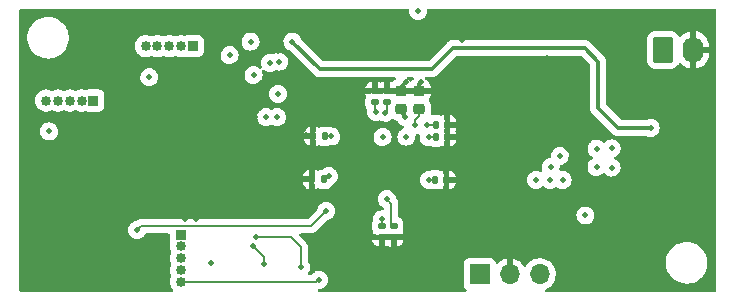
<source format=gbr>
%TF.GenerationSoftware,KiCad,Pcbnew,(6.0.6)*%
%TF.CreationDate,2022-07-04T15:46:39+03:00*%
%TF.ProjectId,gimble,67696d62-6c65-42e6-9b69-6361645f7063,0.2*%
%TF.SameCoordinates,Original*%
%TF.FileFunction,Copper,L4,Bot*%
%TF.FilePolarity,Positive*%
%FSLAX46Y46*%
G04 Gerber Fmt 4.6, Leading zero omitted, Abs format (unit mm)*
G04 Created by KiCad (PCBNEW (6.0.6)) date 2022-07-04 15:46:39*
%MOMM*%
%LPD*%
G01*
G04 APERTURE LIST*
G04 Aperture macros list*
%AMRoundRect*
0 Rectangle with rounded corners*
0 $1 Rounding radius*
0 $2 $3 $4 $5 $6 $7 $8 $9 X,Y pos of 4 corners*
0 Add a 4 corners polygon primitive as box body*
4,1,4,$2,$3,$4,$5,$6,$7,$8,$9,$2,$3,0*
0 Add four circle primitives for the rounded corners*
1,1,$1+$1,$2,$3*
1,1,$1+$1,$4,$5*
1,1,$1+$1,$6,$7*
1,1,$1+$1,$8,$9*
0 Add four rect primitives between the rounded corners*
20,1,$1+$1,$2,$3,$4,$5,0*
20,1,$1+$1,$4,$5,$6,$7,0*
20,1,$1+$1,$6,$7,$8,$9,0*
20,1,$1+$1,$8,$9,$2,$3,0*%
G04 Aperture macros list end*
%TA.AperFunction,ComponentPad*%
%ADD10R,0.850000X0.850000*%
%TD*%
%TA.AperFunction,ComponentPad*%
%ADD11O,0.850000X0.850000*%
%TD*%
%TA.AperFunction,ComponentPad*%
%ADD12R,1.700000X1.700000*%
%TD*%
%TA.AperFunction,ComponentPad*%
%ADD13O,1.700000X1.700000*%
%TD*%
%TA.AperFunction,ComponentPad*%
%ADD14RoundRect,0.250000X-0.620000X-0.845000X0.620000X-0.845000X0.620000X0.845000X-0.620000X0.845000X0*%
%TD*%
%TA.AperFunction,ComponentPad*%
%ADD15O,1.740000X2.190000*%
%TD*%
%TA.AperFunction,SMDPad,CuDef*%
%ADD16RoundRect,0.140000X-0.170000X0.140000X-0.170000X-0.140000X0.170000X-0.140000X0.170000X0.140000X0*%
%TD*%
%TA.AperFunction,SMDPad,CuDef*%
%ADD17RoundRect,0.225000X0.250000X-0.225000X0.250000X0.225000X-0.250000X0.225000X-0.250000X-0.225000X0*%
%TD*%
%TA.AperFunction,SMDPad,CuDef*%
%ADD18RoundRect,0.140000X-0.140000X-0.170000X0.140000X-0.170000X0.140000X0.170000X-0.140000X0.170000X0*%
%TD*%
%TA.AperFunction,SMDPad,CuDef*%
%ADD19RoundRect,0.140000X0.170000X-0.140000X0.170000X0.140000X-0.170000X0.140000X-0.170000X-0.140000X0*%
%TD*%
%TA.AperFunction,SMDPad,CuDef*%
%ADD20RoundRect,0.140000X0.140000X0.170000X-0.140000X0.170000X-0.140000X-0.170000X0.140000X-0.170000X0*%
%TD*%
%TA.AperFunction,ViaPad*%
%ADD21C,0.500000*%
%TD*%
%TA.AperFunction,Conductor*%
%ADD22C,0.200000*%
%TD*%
%TA.AperFunction,Conductor*%
%ADD23C,0.330000*%
%TD*%
%TA.AperFunction,Conductor*%
%ADD24C,0.500000*%
%TD*%
G04 APERTURE END LIST*
D10*
%TO.P,M500,1*%
%TO.N,+5V*%
X115190000Y-53680000D03*
D11*
%TO.P,M500,2*%
%TO.N,Net-(M500-Pad2)*%
X114190000Y-53680000D03*
%TO.P,M500,3,-*%
%TO.N,Net-(M500-Pad3)*%
X113190000Y-53680000D03*
%TO.P,M500,4*%
%TO.N,Net-(M500-Pad4)*%
X112190000Y-53680000D03*
%TO.P,M500,5*%
%TO.N,Net-(M500-Pad5)*%
X111190000Y-53680000D03*
%TD*%
D10*
%TO.P,M501,1*%
%TO.N,+5V*%
X106770000Y-58290000D03*
D11*
%TO.P,M501,2*%
%TO.N,Net-(U501-Pad15)*%
X105770000Y-58290000D03*
%TO.P,M501,3,-*%
%TO.N,Net-(U501-Pad13)*%
X104770000Y-58290000D03*
%TO.P,M501,4*%
%TO.N,Net-(U501-Pad14)*%
X103770000Y-58290000D03*
%TO.P,M501,5*%
%TO.N,Net-(U501-Pad16)*%
X102770000Y-58290000D03*
%TD*%
D12*
%TO.P,J300,1,Pin_1*%
%TO.N,/RP2040/SWCLK*%
X139475000Y-73000000D03*
D13*
%TO.P,J300,2,Pin_2*%
%TO.N,GND*%
X142015000Y-73000000D03*
%TO.P,J300,3,Pin_3*%
%TO.N,/RP2040/SWD*%
X144555000Y-73000000D03*
%TD*%
D14*
%TO.P,J201,1,Pin_1*%
%TO.N,+12V*%
X155000000Y-54000000D03*
D15*
%TO.P,J201,2,Pin_2*%
%TO.N,GND*%
X157540000Y-54000000D03*
%TD*%
D10*
%TO.P,M502,1*%
%TO.N,+5V*%
X114170000Y-69640000D03*
D11*
%TO.P,M502,2*%
%TO.N,Net-(U502-Pad15)*%
X114170000Y-70640000D03*
%TO.P,M502,3,-*%
%TO.N,Net-(U502-Pad13)*%
X114170000Y-71640000D03*
%TO.P,M502,4*%
%TO.N,Net-(U502-Pad14)*%
X114170000Y-72640000D03*
%TO.P,M502,5*%
%TO.N,Net-(U502-Pad16)*%
X114170000Y-73640000D03*
%TD*%
D16*
%TO.P,C309,1*%
%TO.N,+1V1*%
X132200000Y-68920000D03*
%TO.P,C309,2*%
%TO.N,GND*%
X132200000Y-69880000D03*
%TD*%
D17*
%TO.P,C308,1*%
%TO.N,+1V1*%
X132850000Y-59025000D03*
%TO.P,C308,2*%
%TO.N,GND*%
X132850000Y-57475000D03*
%TD*%
D18*
%TO.P,C304,1*%
%TO.N,+3V3*%
X135695000Y-65000000D03*
%TO.P,C304,2*%
%TO.N,GND*%
X136655000Y-65000000D03*
%TD*%
D19*
%TO.P,C310,1*%
%TO.N,+1V1*%
X130600000Y-58455000D03*
%TO.P,C310,2*%
%TO.N,GND*%
X130600000Y-57495000D03*
%TD*%
D20*
%TO.P,C305,1*%
%TO.N,+3V3*%
X126255000Y-64975000D03*
%TO.P,C305,2*%
%TO.N,GND*%
X125295000Y-64975000D03*
%TD*%
D19*
%TO.P,C307,1*%
%TO.N,+3V3*%
X131600000Y-58455000D03*
%TO.P,C307,2*%
%TO.N,GND*%
X131600000Y-57495000D03*
%TD*%
D18*
%TO.P,C306,1*%
%TO.N,+3V3*%
X135745000Y-60325000D03*
%TO.P,C306,2*%
%TO.N,GND*%
X136705000Y-60325000D03*
%TD*%
%TO.P,C301,1*%
%TO.N,+3V3*%
X135745000Y-61375000D03*
%TO.P,C301,2*%
%TO.N,GND*%
X136705000Y-61375000D03*
%TD*%
D17*
%TO.P,C300,1*%
%TO.N,+3V3*%
X134375000Y-59025000D03*
%TO.P,C300,2*%
%TO.N,GND*%
X134375000Y-57475000D03*
%TD*%
D20*
%TO.P,C302,1*%
%TO.N,+3V3*%
X126355000Y-61325000D03*
%TO.P,C302,2*%
%TO.N,GND*%
X125395000Y-61325000D03*
%TD*%
D16*
%TO.P,C303,1*%
%TO.N,+3V3*%
X131200000Y-68920000D03*
%TO.P,C303,2*%
%TO.N,GND*%
X131200000Y-69880000D03*
%TD*%
D21*
%TO.N,+3V3*%
X126700000Y-64700000D03*
X134275000Y-50700000D03*
X150635000Y-63965000D03*
X121700000Y-55100000D03*
X122325000Y-59700000D03*
X118300000Y-54450000D03*
X131450000Y-59325000D03*
X122500000Y-55000000D03*
X135000000Y-60400000D03*
X149365000Y-63910000D03*
X121400000Y-59700000D03*
X131200000Y-68350000D03*
X149365000Y-62360000D03*
X150635000Y-62340000D03*
X134025000Y-60375000D03*
X133275000Y-61350000D03*
X120325000Y-56150000D03*
X148425000Y-68025000D03*
X131250000Y-61375000D03*
X122400000Y-57725000D03*
X135150070Y-61370751D03*
X126904891Y-61329831D03*
X120075000Y-53300000D03*
X135181407Y-65000036D03*
%TO.N,GND*%
X118175000Y-56675000D03*
X107950000Y-59775000D03*
X128000000Y-53250000D03*
X129975000Y-63050000D03*
X134500000Y-56750000D03*
X138004418Y-53196992D03*
X131000000Y-64000000D03*
X140100000Y-63400000D03*
X128000000Y-57000000D03*
X118825000Y-52900000D03*
X132925000Y-69875000D03*
X130050000Y-64875000D03*
X142025000Y-63000000D03*
X117950000Y-59025000D03*
X151850000Y-59200000D03*
X148075000Y-55150000D03*
X134219803Y-70831690D03*
X124750000Y-61250000D03*
X145000000Y-52050000D03*
X116350000Y-55125000D03*
X134250000Y-72725000D03*
X137100000Y-65000000D03*
X148075000Y-57800000D03*
X151900000Y-61875000D03*
X134250000Y-53150000D03*
X118650000Y-57350000D03*
X146000000Y-55500000D03*
X145150000Y-54700000D03*
X128000000Y-54500000D03*
X129850000Y-71325000D03*
X131975000Y-64900000D03*
X148090000Y-72990000D03*
X133075000Y-74150000D03*
X125270000Y-64450000D03*
X117690000Y-55790000D03*
X130000000Y-66625000D03*
X120975000Y-56825000D03*
X130500000Y-54500000D03*
X106620000Y-60380000D03*
X130500000Y-53250000D03*
X115450000Y-68350000D03*
X120425000Y-57350000D03*
X114550000Y-68350000D03*
X130500000Y-51250000D03*
X120425000Y-59675000D03*
X128900000Y-72150000D03*
X133075000Y-73525000D03*
X137250000Y-61400000D03*
X130500000Y-52250000D03*
X128550000Y-57475000D03*
X146300000Y-60200000D03*
X128000000Y-51250000D03*
X128000000Y-52250000D03*
X118550000Y-56175000D03*
X118625000Y-55500000D03*
X118775000Y-58025000D03*
X127600000Y-73325000D03*
X137275000Y-60350000D03*
X151830000Y-67970000D03*
X131925000Y-63050000D03*
X122400000Y-54100000D03*
X137700000Y-55475000D03*
X155400000Y-66175000D03*
X133250000Y-56750000D03*
%TO.N,+5V*%
X146250000Y-63000000D03*
X146500000Y-65000000D03*
X144250000Y-65000000D03*
X111500000Y-56320000D03*
X103000000Y-60910000D03*
X116720000Y-72060000D03*
X145450000Y-65000000D03*
X145490000Y-63900000D03*
%TO.N,+1V1*%
X130700000Y-59250000D03*
X131610000Y-66640000D03*
X133175000Y-59675500D03*
%TO.N,Net-(U502-Pad15)*%
X120570000Y-69850000D03*
X124350000Y-72410000D03*
%TO.N,Net-(U502-Pad13)*%
X121240000Y-72130000D03*
X120300000Y-70570000D03*
%TO.N,Net-(U502-Pad16)*%
X125870000Y-73460000D03*
%TO.N,P21*%
X126475000Y-67650000D03*
X110475000Y-69250000D03*
%TO.N,SS*%
X123625000Y-53300000D03*
X153950000Y-60600000D03*
%TD*%
D22*
%TO.N,+3V3*%
X126900060Y-61325000D02*
X126904891Y-61329831D01*
X134375000Y-59625000D02*
X134375000Y-59025000D01*
X135181443Y-65000000D02*
X135181407Y-65000036D01*
X134025000Y-59975000D02*
X134375000Y-59625000D01*
X134025000Y-60375000D02*
X134025000Y-59975000D01*
X131600000Y-59175000D02*
X131600000Y-58455000D01*
X131450000Y-59325000D02*
X131600000Y-59175000D01*
X131200000Y-68920000D02*
X131200000Y-68350000D01*
X126355000Y-61325000D02*
X126900060Y-61325000D01*
X135745000Y-61375000D02*
X135154319Y-61375000D01*
X135695000Y-65000000D02*
X135181443Y-65000000D01*
X135075000Y-60325000D02*
X135000000Y-60400000D01*
X126425000Y-64975000D02*
X126255000Y-64975000D01*
X135154319Y-61375000D02*
X135150070Y-61370751D01*
X135745000Y-60325000D02*
X135075000Y-60325000D01*
X126700000Y-64700000D02*
X126425000Y-64975000D01*
D23*
%TO.N,GND*%
X131600000Y-57495000D02*
X132830000Y-57495000D01*
X130600000Y-57495000D02*
X131600000Y-57495000D01*
X133250000Y-56750000D02*
X132850000Y-57150000D01*
X136655000Y-65000000D02*
X137100000Y-65000000D01*
X124825000Y-61325000D02*
X124750000Y-61250000D01*
X125270000Y-64450000D02*
X125270000Y-64950000D01*
X128000000Y-57000000D02*
X128495000Y-57495000D01*
X125395000Y-61325000D02*
X124825000Y-61325000D01*
X137250000Y-60325000D02*
X137275000Y-60350000D01*
X137225000Y-61375000D02*
X137250000Y-61400000D01*
X136705000Y-60325000D02*
X137250000Y-60325000D01*
D24*
X131200000Y-69880000D02*
X132200000Y-69880000D01*
X133268113Y-69880000D02*
X132200000Y-69880000D01*
D23*
X125270000Y-64950000D02*
X125295000Y-64975000D01*
X132830000Y-57495000D02*
X132850000Y-57475000D01*
X128495000Y-57495000D02*
X130600000Y-57495000D01*
X136705000Y-61375000D02*
X137225000Y-61375000D01*
D24*
X134219803Y-70831690D02*
X133268113Y-69880000D01*
D23*
X134500000Y-56750000D02*
X134375000Y-56875000D01*
X134375000Y-56875000D02*
X134375000Y-57475000D01*
X132850000Y-57150000D02*
X132850000Y-57475000D01*
D22*
%TO.N,+1V1*%
X131610000Y-66640000D02*
X131990000Y-67020000D01*
X130600000Y-59150000D02*
X130600000Y-58455000D01*
X130700000Y-59250000D02*
X130600000Y-59150000D01*
X132850000Y-59350500D02*
X132850000Y-59025000D01*
X131990000Y-68710000D02*
X132200000Y-68920000D01*
X133175000Y-59675500D02*
X132850000Y-59350500D01*
X131990000Y-67020000D02*
X131990000Y-68710000D01*
%TO.N,Net-(U502-Pad15)*%
X124350000Y-70730000D02*
X124350000Y-72410000D01*
X123495000Y-69875000D02*
X124350000Y-70730000D01*
X120595000Y-69875000D02*
X123495000Y-69875000D01*
X120570000Y-69850000D02*
X120595000Y-69875000D01*
%TO.N,Net-(U502-Pad13)*%
X120300000Y-70570000D02*
X121250000Y-71520000D01*
X121250000Y-72120000D02*
X121240000Y-72130000D01*
X121250000Y-71520000D02*
X121250000Y-72120000D01*
%TO.N,Net-(U502-Pad16)*%
X114210000Y-73680000D02*
X114170000Y-73640000D01*
X125650000Y-73680000D02*
X114210000Y-73680000D01*
X125870000Y-73460000D02*
X125650000Y-73680000D01*
%TO.N,P21*%
X111300000Y-68925000D02*
X110800000Y-68925000D01*
X126475000Y-67650000D02*
X125200000Y-68925000D01*
X125200000Y-68925000D02*
X111300000Y-68925000D01*
X110800000Y-68925000D02*
X110475000Y-69250000D01*
D23*
%TO.N,SS*%
X151175000Y-60625000D02*
X149500000Y-58950000D01*
X153925000Y-60625000D02*
X151175000Y-60625000D01*
X149500000Y-55000000D02*
X148350000Y-53850000D01*
X137200000Y-53850000D02*
X135400000Y-55650000D01*
X125975000Y-55650000D02*
X123625000Y-53300000D01*
X148350000Y-53850000D02*
X137200000Y-53850000D01*
X135400000Y-55650000D02*
X125975000Y-55650000D01*
X153950000Y-60600000D02*
X153925000Y-60625000D01*
X149500000Y-58950000D02*
X149500000Y-55000000D01*
%TD*%
%TA.AperFunction,Conductor*%
%TO.N,GND*%
G36*
X133459823Y-50528502D02*
G01*
X133506316Y-50582158D01*
X133516709Y-50650289D01*
X133511775Y-50689343D01*
X133528381Y-50858699D01*
X133582094Y-51020167D01*
X133585741Y-51026189D01*
X133585742Y-51026191D01*
X133599497Y-51048902D01*
X133670246Y-51165723D01*
X133788455Y-51288132D01*
X133930846Y-51381310D01*
X133937450Y-51383766D01*
X133937452Y-51383767D01*
X133973844Y-51397301D01*
X134090341Y-51440626D01*
X134259015Y-51463132D01*
X134266026Y-51462494D01*
X134266030Y-51462494D01*
X134421462Y-51448348D01*
X134428483Y-51447709D01*
X134435185Y-51445531D01*
X134435187Y-51445531D01*
X134583623Y-51397301D01*
X134583626Y-51397300D01*
X134590322Y-51395124D01*
X134736490Y-51307990D01*
X134741584Y-51303139D01*
X134741588Y-51303136D01*
X134832232Y-51216816D01*
X134859721Y-51190639D01*
X134953891Y-51048902D01*
X135014319Y-50889825D01*
X135038001Y-50721313D01*
X135038299Y-50700000D01*
X135036320Y-50682356D01*
X135032528Y-50648544D01*
X135044813Y-50578618D01*
X135092952Y-50526434D01*
X135157743Y-50508500D01*
X159365500Y-50508500D01*
X159433621Y-50528502D01*
X159480114Y-50582158D01*
X159491500Y-50634500D01*
X159491500Y-74365500D01*
X159471498Y-74433621D01*
X159417842Y-74480114D01*
X159365500Y-74491500D01*
X145142160Y-74491500D01*
X145074039Y-74471498D01*
X145027546Y-74417842D01*
X145017442Y-74347568D01*
X145046936Y-74282988D01*
X145086728Y-74252349D01*
X145182295Y-74205531D01*
X145252994Y-74170896D01*
X145434860Y-74041173D01*
X145593096Y-73883489D01*
X145623316Y-73841434D01*
X145720435Y-73706277D01*
X145723453Y-73702077D01*
X145725813Y-73697303D01*
X145820136Y-73506453D01*
X145820137Y-73506451D01*
X145822430Y-73501811D01*
X145887370Y-73288069D01*
X145916529Y-73066590D01*
X145916686Y-73060180D01*
X145918074Y-73003365D01*
X145918074Y-73003361D01*
X145918156Y-73000000D01*
X145899852Y-72777361D01*
X145845431Y-72560702D01*
X145756354Y-72355840D01*
X145693201Y-72258220D01*
X145637822Y-72172617D01*
X145637820Y-72172614D01*
X145635014Y-72168277D01*
X145602600Y-72132655D01*
X155239858Y-72132655D01*
X155275104Y-72391638D01*
X155276412Y-72396124D01*
X155276412Y-72396126D01*
X155290216Y-72443484D01*
X155348243Y-72642567D01*
X155350203Y-72646820D01*
X155350204Y-72646821D01*
X155352587Y-72651990D01*
X155457668Y-72879928D01*
X155460231Y-72883837D01*
X155598410Y-73094596D01*
X155598414Y-73094601D01*
X155600976Y-73098509D01*
X155775018Y-73293506D01*
X155975970Y-73460637D01*
X155979973Y-73463066D01*
X156195422Y-73593804D01*
X156195426Y-73593806D01*
X156199419Y-73596229D01*
X156440455Y-73697303D01*
X156693783Y-73761641D01*
X156698434Y-73762109D01*
X156698438Y-73762110D01*
X156891308Y-73781531D01*
X156910867Y-73783500D01*
X157066354Y-73783500D01*
X157068679Y-73783327D01*
X157068685Y-73783327D01*
X157256000Y-73769407D01*
X157256004Y-73769406D01*
X157260652Y-73769061D01*
X157265200Y-73768032D01*
X157265206Y-73768031D01*
X157451601Y-73725853D01*
X157515577Y-73711377D01*
X157528692Y-73706277D01*
X157754824Y-73618340D01*
X157754827Y-73618339D01*
X157759177Y-73616647D01*
X157986098Y-73486951D01*
X158191357Y-73325138D01*
X158370443Y-73134763D01*
X158487037Y-72966695D01*
X158516759Y-72923851D01*
X158516761Y-72923848D01*
X158519424Y-72920009D01*
X158521492Y-72915816D01*
X158632960Y-72689781D01*
X158632961Y-72689778D01*
X158635025Y-72685593D01*
X158642214Y-72663136D01*
X158713280Y-72441123D01*
X158714707Y-72436665D01*
X158756721Y-72178693D01*
X158758541Y-72039684D01*
X158760081Y-71922022D01*
X158760081Y-71922019D01*
X158760142Y-71917345D01*
X158724896Y-71658362D01*
X158721702Y-71647402D01*
X158670031Y-71470129D01*
X158651757Y-71407433D01*
X158542332Y-71170072D01*
X158491517Y-71092566D01*
X158401590Y-70955404D01*
X158401586Y-70955399D01*
X158399024Y-70951491D01*
X158224982Y-70756494D01*
X158024030Y-70589363D01*
X157942887Y-70540124D01*
X157804578Y-70456196D01*
X157804574Y-70456194D01*
X157800581Y-70453771D01*
X157559545Y-70352697D01*
X157306217Y-70288359D01*
X157301566Y-70287891D01*
X157301562Y-70287890D01*
X157092271Y-70266816D01*
X157089133Y-70266500D01*
X156933646Y-70266500D01*
X156931321Y-70266673D01*
X156931315Y-70266673D01*
X156744000Y-70280593D01*
X156743996Y-70280594D01*
X156739348Y-70280939D01*
X156734800Y-70281968D01*
X156734794Y-70281969D01*
X156600320Y-70312398D01*
X156484423Y-70338623D01*
X156480071Y-70340315D01*
X156480069Y-70340316D01*
X156245176Y-70431660D01*
X156245173Y-70431661D01*
X156240823Y-70433353D01*
X156236769Y-70435670D01*
X156236767Y-70435671D01*
X156208264Y-70451962D01*
X156013902Y-70563049D01*
X155808643Y-70724862D01*
X155629557Y-70915237D01*
X155532127Y-71055681D01*
X155488944Y-71117929D01*
X155480576Y-71129991D01*
X155478510Y-71134181D01*
X155478508Y-71134184D01*
X155372236Y-71349684D01*
X155364975Y-71364407D01*
X155363553Y-71368850D01*
X155363552Y-71368852D01*
X155361920Y-71373951D01*
X155285293Y-71613335D01*
X155243279Y-71871307D01*
X155242193Y-71954238D01*
X155240458Y-72086846D01*
X155239858Y-72132655D01*
X145602600Y-72132655D01*
X145484670Y-72003051D01*
X145480619Y-71999852D01*
X145480615Y-71999848D01*
X145313414Y-71867800D01*
X145313410Y-71867798D01*
X145309359Y-71864598D01*
X145273028Y-71844542D01*
X145204741Y-71806846D01*
X145113789Y-71756638D01*
X145108920Y-71754914D01*
X145108916Y-71754912D01*
X144908087Y-71683795D01*
X144908083Y-71683794D01*
X144903212Y-71682069D01*
X144898119Y-71681162D01*
X144898116Y-71681161D01*
X144688373Y-71643800D01*
X144688367Y-71643799D01*
X144683284Y-71642894D01*
X144609452Y-71641992D01*
X144465081Y-71640228D01*
X144465079Y-71640228D01*
X144459911Y-71640165D01*
X144239091Y-71673955D01*
X144026756Y-71743357D01*
X143828607Y-71846507D01*
X143824474Y-71849610D01*
X143824471Y-71849612D01*
X143676260Y-71960892D01*
X143649965Y-71980635D01*
X143646393Y-71984373D01*
X143509161Y-72127978D01*
X143495629Y-72142138D01*
X143492715Y-72146410D01*
X143492714Y-72146411D01*
X143387898Y-72300066D01*
X143332987Y-72345069D01*
X143262462Y-72353240D01*
X143198715Y-72321986D01*
X143178018Y-72297502D01*
X143097426Y-72172926D01*
X143091136Y-72164757D01*
X142947806Y-72007240D01*
X142940273Y-72000215D01*
X142773139Y-71868222D01*
X142764552Y-71862517D01*
X142578117Y-71759599D01*
X142568705Y-71755369D01*
X142367959Y-71684280D01*
X142357988Y-71681646D01*
X142286837Y-71668972D01*
X142273540Y-71670432D01*
X142269000Y-71684989D01*
X142269000Y-73128000D01*
X142248998Y-73196121D01*
X142195342Y-73242614D01*
X142143000Y-73254000D01*
X141887000Y-73254000D01*
X141818879Y-73233998D01*
X141772386Y-73180342D01*
X141761000Y-73128000D01*
X141761000Y-71683102D01*
X141757082Y-71669758D01*
X141742806Y-71667771D01*
X141704324Y-71673660D01*
X141694288Y-71676051D01*
X141491868Y-71742212D01*
X141482359Y-71746209D01*
X141293463Y-71844542D01*
X141284738Y-71850036D01*
X141114433Y-71977905D01*
X141106726Y-71984748D01*
X141029478Y-72065584D01*
X140967954Y-72101014D01*
X140897042Y-72097557D01*
X140839255Y-72056311D01*
X140820402Y-72022763D01*
X140778767Y-71911703D01*
X140775615Y-71903295D01*
X140688261Y-71786739D01*
X140571705Y-71699385D01*
X140435316Y-71648255D01*
X140373134Y-71641500D01*
X138576866Y-71641500D01*
X138514684Y-71648255D01*
X138378295Y-71699385D01*
X138261739Y-71786739D01*
X138174385Y-71903295D01*
X138123255Y-72039684D01*
X138116500Y-72101866D01*
X138116500Y-73898134D01*
X138123255Y-73960316D01*
X138174385Y-74096705D01*
X138261739Y-74213261D01*
X138268919Y-74218642D01*
X138268920Y-74218643D01*
X138330339Y-74264674D01*
X138372854Y-74321533D01*
X138377880Y-74392352D01*
X138343820Y-74454645D01*
X138281489Y-74488635D01*
X138254774Y-74491500D01*
X125914400Y-74491500D01*
X125846279Y-74471498D01*
X125799786Y-74417842D01*
X125789682Y-74347568D01*
X125819176Y-74282988D01*
X125866180Y-74249092D01*
X125932216Y-74221738D01*
X125969009Y-74212666D01*
X126023483Y-74207709D01*
X126090290Y-74186002D01*
X126178623Y-74157301D01*
X126178626Y-74157300D01*
X126185322Y-74155124D01*
X126331490Y-74067990D01*
X126336584Y-74063139D01*
X126336588Y-74063136D01*
X126403833Y-73999099D01*
X126454721Y-73950639D01*
X126480000Y-73912592D01*
X126527277Y-73841434D01*
X126548891Y-73808902D01*
X126609319Y-73649825D01*
X126633001Y-73481313D01*
X126633299Y-73460000D01*
X126614331Y-73290892D01*
X126611562Y-73282939D01*
X126575833Y-73180342D01*
X126558368Y-73130189D01*
X126468192Y-72985879D01*
X126348286Y-72865132D01*
X126332039Y-72854821D01*
X126277199Y-72820019D01*
X126204608Y-72773951D01*
X126044300Y-72716868D01*
X125875329Y-72696720D01*
X125868326Y-72697456D01*
X125868325Y-72697456D01*
X125713101Y-72713770D01*
X125713097Y-72713771D01*
X125706093Y-72714507D01*
X125699422Y-72716778D01*
X125551673Y-72767075D01*
X125551670Y-72767076D01*
X125545003Y-72769346D01*
X125539005Y-72773036D01*
X125539003Y-72773037D01*
X125406065Y-72854821D01*
X125406063Y-72854823D01*
X125400066Y-72858512D01*
X125278486Y-72977573D01*
X125260308Y-73005780D01*
X125255168Y-73013756D01*
X125201453Y-73060180D01*
X125149257Y-73071500D01*
X125056190Y-73071500D01*
X124988069Y-73051498D01*
X124941576Y-72997842D01*
X124931472Y-72927568D01*
X124951242Y-72875773D01*
X124974057Y-72841434D01*
X125028891Y-72758902D01*
X125089319Y-72599825D01*
X125113001Y-72431313D01*
X125113118Y-72422964D01*
X125113244Y-72413961D01*
X125113244Y-72413955D01*
X125113299Y-72410000D01*
X125094331Y-72240892D01*
X125038368Y-72080189D01*
X124977645Y-71983013D01*
X124958500Y-71916245D01*
X124958500Y-70778144D01*
X124959578Y-70761698D01*
X124962673Y-70738188D01*
X124963751Y-70730000D01*
X124948418Y-70613531D01*
X124943916Y-70579337D01*
X124942838Y-70571149D01*
X124881524Y-70423124D01*
X124808478Y-70327929D01*
X124808474Y-70327925D01*
X124796028Y-70311705D01*
X124789016Y-70302566D01*
X124789013Y-70302563D01*
X124783987Y-70296013D01*
X124775514Y-70289511D01*
X124758621Y-70276548D01*
X124746230Y-70265681D01*
X124626420Y-70145871D01*
X130391776Y-70145871D01*
X130428357Y-70271784D01*
X130434604Y-70286220D01*
X130509876Y-70413499D01*
X130519516Y-70425926D01*
X130624074Y-70530484D01*
X130636501Y-70540124D01*
X130763780Y-70615396D01*
X130778216Y-70621643D01*
X130921641Y-70663312D01*
X130929609Y-70664768D01*
X130943031Y-70661948D01*
X130946000Y-70650487D01*
X130946000Y-70648424D01*
X131454000Y-70648424D01*
X131458344Y-70663219D01*
X131468775Y-70665063D01*
X131478359Y-70663312D01*
X131621784Y-70621643D01*
X131643497Y-70612247D01*
X131644053Y-70613531D01*
X131704674Y-70598149D01*
X131756073Y-70613241D01*
X131756503Y-70612247D01*
X131778216Y-70621643D01*
X131921641Y-70663312D01*
X131929609Y-70664768D01*
X131943031Y-70661948D01*
X131946000Y-70650487D01*
X131946000Y-70648424D01*
X132454000Y-70648424D01*
X132458344Y-70663219D01*
X132468775Y-70665063D01*
X132478359Y-70663312D01*
X132621784Y-70621643D01*
X132636220Y-70615396D01*
X132763499Y-70540124D01*
X132775926Y-70530484D01*
X132880484Y-70425926D01*
X132890124Y-70413499D01*
X132965396Y-70286220D01*
X132971643Y-70271784D01*
X133006619Y-70151395D01*
X133006579Y-70137295D01*
X132999309Y-70134000D01*
X132472115Y-70134000D01*
X132456876Y-70138475D01*
X132455671Y-70139865D01*
X132454000Y-70147548D01*
X132454000Y-70648424D01*
X131946000Y-70648424D01*
X131946000Y-70152115D01*
X131941525Y-70136876D01*
X131940135Y-70135671D01*
X131932452Y-70134000D01*
X131472115Y-70134000D01*
X131456876Y-70138475D01*
X131455671Y-70139865D01*
X131454000Y-70147548D01*
X131454000Y-70648424D01*
X130946000Y-70648424D01*
X130946000Y-70152115D01*
X130941525Y-70136876D01*
X130940135Y-70135671D01*
X130932452Y-70134000D01*
X130406442Y-70134000D01*
X130392911Y-70137973D01*
X130391776Y-70145871D01*
X124626420Y-70145871D01*
X124229144Y-69748595D01*
X124195118Y-69686283D01*
X124200183Y-69615468D01*
X124242730Y-69558632D01*
X124309250Y-69533821D01*
X124318239Y-69533500D01*
X125151864Y-69533500D01*
X125168307Y-69534578D01*
X125200000Y-69538750D01*
X125208189Y-69537672D01*
X125239874Y-69533501D01*
X125239884Y-69533500D01*
X125239885Y-69533500D01*
X125343347Y-69519879D01*
X125350664Y-69518916D01*
X125350666Y-69518916D01*
X125358851Y-69517838D01*
X125506876Y-69456524D01*
X125602072Y-69383477D01*
X125602075Y-69383474D01*
X125633987Y-69358987D01*
X125653458Y-69333613D01*
X125664316Y-69321233D01*
X125860065Y-69125484D01*
X130381500Y-69125484D01*
X130384394Y-69162254D01*
X130430106Y-69319597D01*
X130434143Y-69326423D01*
X130440015Y-69336353D01*
X130457474Y-69405170D01*
X130440016Y-69464628D01*
X130434605Y-69473778D01*
X130428357Y-69488216D01*
X130393381Y-69608605D01*
X130393421Y-69622705D01*
X130400691Y-69626000D01*
X130678621Y-69626000D01*
X130742760Y-69643546D01*
X130760023Y-69653755D01*
X130770403Y-69659894D01*
X130778014Y-69662105D01*
X130778016Y-69662106D01*
X130806964Y-69670516D01*
X130927746Y-69705606D01*
X130934151Y-69706110D01*
X130934156Y-69706111D01*
X130962060Y-69708307D01*
X130962068Y-69708307D01*
X130964516Y-69708500D01*
X131435484Y-69708500D01*
X131437932Y-69708307D01*
X131437940Y-69708307D01*
X131465844Y-69706111D01*
X131465849Y-69706110D01*
X131472254Y-69705606D01*
X131593036Y-69670516D01*
X131621984Y-69662106D01*
X131621986Y-69662105D01*
X131629597Y-69659894D01*
X131636419Y-69655859D01*
X131643697Y-69652710D01*
X131644278Y-69654053D01*
X131704685Y-69638731D01*
X131755851Y-69653755D01*
X131756303Y-69652710D01*
X131763581Y-69655859D01*
X131770403Y-69659894D01*
X131778014Y-69662105D01*
X131778016Y-69662106D01*
X131806964Y-69670516D01*
X131927746Y-69705606D01*
X131934151Y-69706110D01*
X131934156Y-69706111D01*
X131962060Y-69708307D01*
X131962068Y-69708307D01*
X131964516Y-69708500D01*
X132435484Y-69708500D01*
X132437932Y-69708307D01*
X132437940Y-69708307D01*
X132465844Y-69706111D01*
X132465849Y-69706110D01*
X132472254Y-69705606D01*
X132593036Y-69670516D01*
X132621984Y-69662106D01*
X132621986Y-69662105D01*
X132629597Y-69659894D01*
X132639978Y-69653755D01*
X132657240Y-69643546D01*
X132721379Y-69626000D01*
X132993558Y-69626000D01*
X133007089Y-69622027D01*
X133008224Y-69614129D01*
X132971643Y-69488216D01*
X132965395Y-69473778D01*
X132959984Y-69464628D01*
X132942526Y-69395812D01*
X132959985Y-69336353D01*
X132965857Y-69326423D01*
X132969894Y-69319597D01*
X133015606Y-69162254D01*
X133018500Y-69125484D01*
X133018500Y-68714516D01*
X133017854Y-68706310D01*
X133016111Y-68684156D01*
X133016110Y-68684151D01*
X133015606Y-68677746D01*
X132969894Y-68520403D01*
X132963605Y-68509768D01*
X132890522Y-68386192D01*
X132886488Y-68379371D01*
X132770629Y-68263512D01*
X132660360Y-68198299D01*
X132611908Y-68146407D01*
X132598500Y-68089846D01*
X132598500Y-68014343D01*
X147661775Y-68014343D01*
X147678381Y-68183699D01*
X147680605Y-68190384D01*
X147680605Y-68190385D01*
X147703094Y-68257990D01*
X147732094Y-68345167D01*
X147735741Y-68351189D01*
X147735742Y-68351191D01*
X147805592Y-68466526D01*
X147820246Y-68490723D01*
X147938455Y-68613132D01*
X147944351Y-68616990D01*
X148037196Y-68677746D01*
X148080846Y-68706310D01*
X148087450Y-68708766D01*
X148087452Y-68708767D01*
X148123844Y-68722301D01*
X148240341Y-68765626D01*
X148409015Y-68788132D01*
X148416026Y-68787494D01*
X148416030Y-68787494D01*
X148571462Y-68773348D01*
X148578483Y-68772709D01*
X148585185Y-68770531D01*
X148585187Y-68770531D01*
X148733623Y-68722301D01*
X148733626Y-68722300D01*
X148740322Y-68720124D01*
X148886490Y-68632990D01*
X148891584Y-68628139D01*
X148891588Y-68628136D01*
X148966209Y-68557075D01*
X149009721Y-68515639D01*
X149015902Y-68506337D01*
X149087547Y-68398501D01*
X149103891Y-68373902D01*
X149164319Y-68214825D01*
X149188001Y-68046313D01*
X149188299Y-68025000D01*
X149169331Y-67855892D01*
X149166031Y-67846414D01*
X149115686Y-67701846D01*
X149113368Y-67695189D01*
X149107383Y-67685610D01*
X149030404Y-67562421D01*
X149023192Y-67550879D01*
X148903286Y-67430132D01*
X148887039Y-67419821D01*
X148799586Y-67364322D01*
X148759608Y-67338951D01*
X148599300Y-67281868D01*
X148430329Y-67261720D01*
X148423326Y-67262456D01*
X148423325Y-67262456D01*
X148268101Y-67278770D01*
X148268097Y-67278771D01*
X148261093Y-67279507D01*
X148254422Y-67281778D01*
X148106673Y-67332075D01*
X148106670Y-67332076D01*
X148100003Y-67334346D01*
X148094005Y-67338036D01*
X148094003Y-67338037D01*
X147961065Y-67419821D01*
X147961063Y-67419823D01*
X147955066Y-67423512D01*
X147833486Y-67542573D01*
X147829675Y-67548487D01*
X147829673Y-67548489D01*
X147750518Y-67671313D01*
X147741304Y-67685610D01*
X147683103Y-67845516D01*
X147661775Y-68014343D01*
X132598500Y-68014343D01*
X132598500Y-67068136D01*
X132599578Y-67051690D01*
X132599997Y-67048512D01*
X132603750Y-67020000D01*
X132598500Y-66980120D01*
X132598500Y-66980115D01*
X132582838Y-66861150D01*
X132569863Y-66829825D01*
X132521524Y-66713124D01*
X132448477Y-66617928D01*
X132448474Y-66617925D01*
X132423987Y-66586013D01*
X132417437Y-66580987D01*
X132417431Y-66580981D01*
X132404434Y-66571008D01*
X132362567Y-66513670D01*
X132355924Y-66485094D01*
X132355116Y-66477890D01*
X132354331Y-66470892D01*
X132298368Y-66310189D01*
X132292383Y-66300610D01*
X132270420Y-66265464D01*
X132208192Y-66165879D01*
X132088286Y-66045132D01*
X132072039Y-66034821D01*
X132033406Y-66010304D01*
X131944608Y-65953951D01*
X131784300Y-65896868D01*
X131615329Y-65876720D01*
X131608326Y-65877456D01*
X131608325Y-65877456D01*
X131453101Y-65893770D01*
X131453097Y-65893771D01*
X131446093Y-65894507D01*
X131439422Y-65896778D01*
X131291673Y-65947075D01*
X131291670Y-65947076D01*
X131285003Y-65949346D01*
X131279005Y-65953036D01*
X131279003Y-65953037D01*
X131146065Y-66034821D01*
X131146063Y-66034823D01*
X131140066Y-66038512D01*
X131018486Y-66157573D01*
X130926304Y-66300610D01*
X130868103Y-66460516D01*
X130846775Y-66629343D01*
X130863381Y-66798699D01*
X130917094Y-66960167D01*
X130920741Y-66966189D01*
X130920742Y-66966191D01*
X130972321Y-67051357D01*
X131005246Y-67105723D01*
X131123455Y-67228132D01*
X131265846Y-67321310D01*
X131280732Y-67326846D01*
X131299422Y-67333797D01*
X131356297Y-67376291D01*
X131381170Y-67442787D01*
X131381500Y-67451894D01*
X131381500Y-67465810D01*
X131361498Y-67533931D01*
X131307842Y-67580424D01*
X131240583Y-67590924D01*
X131205329Y-67586720D01*
X131198326Y-67587456D01*
X131198325Y-67587456D01*
X131043101Y-67603770D01*
X131043097Y-67603771D01*
X131036093Y-67604507D01*
X131029422Y-67606778D01*
X130881673Y-67657075D01*
X130881670Y-67657076D01*
X130875003Y-67659346D01*
X130869005Y-67663036D01*
X130869003Y-67663037D01*
X130736065Y-67744821D01*
X130736063Y-67744823D01*
X130730066Y-67748512D01*
X130608486Y-67867573D01*
X130516304Y-68010610D01*
X130458103Y-68170516D01*
X130436775Y-68339343D01*
X130442498Y-68397709D01*
X130447037Y-68444001D01*
X130437275Y-68506337D01*
X130434141Y-68513580D01*
X130430106Y-68520403D01*
X130384394Y-68677746D01*
X130383890Y-68684151D01*
X130383889Y-68684156D01*
X130382146Y-68706310D01*
X130381500Y-68714516D01*
X130381500Y-69125484D01*
X125860065Y-69125484D01*
X126551621Y-68433928D01*
X126615382Y-68399596D01*
X126621463Y-68398348D01*
X126628483Y-68397709D01*
X126653747Y-68389500D01*
X126783623Y-68347301D01*
X126783626Y-68347300D01*
X126790322Y-68345124D01*
X126936490Y-68257990D01*
X126941584Y-68253139D01*
X126941588Y-68253136D01*
X127021007Y-68177506D01*
X127059721Y-68140639D01*
X127153891Y-67998902D01*
X127214319Y-67839825D01*
X127238001Y-67671313D01*
X127238299Y-67650000D01*
X127219331Y-67480892D01*
X127163368Y-67320189D01*
X127157383Y-67310610D01*
X127108254Y-67231990D01*
X127073192Y-67175879D01*
X126953286Y-67055132D01*
X126937039Y-67044821D01*
X126835078Y-66980115D01*
X126809608Y-66963951D01*
X126649300Y-66906868D01*
X126480329Y-66886720D01*
X126473326Y-66887456D01*
X126473325Y-66887456D01*
X126318101Y-66903770D01*
X126318097Y-66903771D01*
X126311093Y-66904507D01*
X126304422Y-66906778D01*
X126156673Y-66957075D01*
X126156670Y-66957076D01*
X126150003Y-66959346D01*
X126144005Y-66963036D01*
X126144003Y-66963037D01*
X126011065Y-67044821D01*
X126011063Y-67044823D01*
X126005066Y-67048512D01*
X125883486Y-67167573D01*
X125879675Y-67173487D01*
X125879673Y-67173489D01*
X125809885Y-67281778D01*
X125791304Y-67310610D01*
X125767398Y-67376291D01*
X125743196Y-67442787D01*
X125733103Y-67470516D01*
X125729713Y-67497348D01*
X125701333Y-67562421D01*
X125693803Y-67570648D01*
X124984856Y-68279595D01*
X124922544Y-68313621D01*
X124895761Y-68316500D01*
X110848136Y-68316500D01*
X110831690Y-68315422D01*
X110808188Y-68312328D01*
X110800000Y-68311250D01*
X110791812Y-68312328D01*
X110760129Y-68316499D01*
X110760120Y-68316500D01*
X110760115Y-68316500D01*
X110641150Y-68332162D01*
X110633521Y-68335322D01*
X110540381Y-68373902D01*
X110493125Y-68393476D01*
X110486578Y-68398500D01*
X110486576Y-68398501D01*
X110480556Y-68403121D01*
X110480552Y-68403124D01*
X110397928Y-68466523D01*
X110397922Y-68466528D01*
X110382547Y-68478326D01*
X110324785Y-68501370D01*
X110324980Y-68502257D01*
X110319589Y-68503442D01*
X110319006Y-68503675D01*
X110318238Y-68503756D01*
X110311093Y-68504507D01*
X110242047Y-68528012D01*
X110156673Y-68557075D01*
X110156670Y-68557076D01*
X110150003Y-68559346D01*
X110144005Y-68563036D01*
X110144003Y-68563037D01*
X110011065Y-68644821D01*
X110011063Y-68644823D01*
X110005066Y-68648512D01*
X109883486Y-68767573D01*
X109879675Y-68773487D01*
X109879673Y-68773489D01*
X109870236Y-68788132D01*
X109791304Y-68910610D01*
X109733103Y-69070516D01*
X109711775Y-69239343D01*
X109728381Y-69408699D01*
X109782094Y-69570167D01*
X109785741Y-69576189D01*
X109785742Y-69576191D01*
X109865872Y-69708500D01*
X109870246Y-69715723D01*
X109988455Y-69838132D01*
X110130846Y-69931310D01*
X110137450Y-69933766D01*
X110137452Y-69933767D01*
X110173844Y-69947301D01*
X110290341Y-69990626D01*
X110459015Y-70013132D01*
X110466026Y-70012494D01*
X110466030Y-70012494D01*
X110621462Y-69998348D01*
X110628483Y-69997709D01*
X110635185Y-69995531D01*
X110635187Y-69995531D01*
X110783623Y-69947301D01*
X110783626Y-69947300D01*
X110790322Y-69945124D01*
X110936490Y-69857990D01*
X110941584Y-69853139D01*
X110941588Y-69853136D01*
X111051366Y-69748595D01*
X111059721Y-69740639D01*
X111081203Y-69708307D01*
X111149991Y-69604772D01*
X111153891Y-69598902D01*
X111154154Y-69599076D01*
X111200396Y-69550459D01*
X111263531Y-69533500D01*
X113110500Y-69533500D01*
X113178621Y-69553502D01*
X113225114Y-69607158D01*
X113236500Y-69659500D01*
X113236500Y-70113134D01*
X113243255Y-70175316D01*
X113246027Y-70182712D01*
X113246029Y-70182718D01*
X113279316Y-70271511D01*
X113284499Y-70342318D01*
X113281167Y-70354675D01*
X113258927Y-70423124D01*
X113251870Y-70444845D01*
X113251180Y-70451408D01*
X113251180Y-70451409D01*
X113239192Y-70565468D01*
X113231358Y-70640000D01*
X113232048Y-70646565D01*
X113240278Y-70724862D01*
X113251870Y-70835155D01*
X113312508Y-71021780D01*
X113315811Y-71027502D01*
X113315812Y-71027503D01*
X113344389Y-71077000D01*
X113361127Y-71145996D01*
X113344389Y-71203000D01*
X113312508Y-71258220D01*
X113251870Y-71444845D01*
X113251180Y-71451408D01*
X113251180Y-71451409D01*
X113250134Y-71461357D01*
X113231358Y-71640000D01*
X113232048Y-71646565D01*
X113248895Y-71806846D01*
X113251870Y-71835155D01*
X113253910Y-71841433D01*
X113253910Y-71841434D01*
X113262117Y-71866692D01*
X113312508Y-72021780D01*
X113315811Y-72027502D01*
X113315812Y-72027503D01*
X113344389Y-72077000D01*
X113361127Y-72145996D01*
X113344389Y-72203000D01*
X113312508Y-72258220D01*
X113310466Y-72264505D01*
X113263549Y-72408902D01*
X113251870Y-72444845D01*
X113251180Y-72451408D01*
X113251180Y-72451409D01*
X113234888Y-72606414D01*
X113231358Y-72640000D01*
X113232048Y-72646565D01*
X113249622Y-72813763D01*
X113251870Y-72835155D01*
X113253910Y-72841433D01*
X113253910Y-72841434D01*
X113267688Y-72883837D01*
X113312508Y-73021780D01*
X113315811Y-73027502D01*
X113315812Y-73027503D01*
X113344389Y-73077000D01*
X113361127Y-73145996D01*
X113344389Y-73203000D01*
X113326493Y-73233998D01*
X113312508Y-73258220D01*
X113251870Y-73444845D01*
X113251180Y-73451408D01*
X113251180Y-73451409D01*
X113245395Y-73506453D01*
X113231358Y-73640000D01*
X113232048Y-73646565D01*
X113246423Y-73783327D01*
X113251870Y-73835155D01*
X113312508Y-74021780D01*
X113315811Y-74027502D01*
X113315812Y-74027503D01*
X113325217Y-74043792D01*
X113410623Y-74191720D01*
X113415041Y-74196627D01*
X113415042Y-74196628D01*
X113491182Y-74281190D01*
X113521900Y-74345197D01*
X113513135Y-74415651D01*
X113467672Y-74470182D01*
X113397546Y-74491500D01*
X100634500Y-74491500D01*
X100566379Y-74471498D01*
X100519886Y-74417842D01*
X100508500Y-74365500D01*
X100508500Y-65243775D01*
X124509937Y-65243775D01*
X124511688Y-65253359D01*
X124553357Y-65396784D01*
X124559604Y-65411220D01*
X124634876Y-65538499D01*
X124644516Y-65550926D01*
X124749074Y-65655484D01*
X124761501Y-65665124D01*
X124888780Y-65740396D01*
X124903216Y-65746643D01*
X125023605Y-65781619D01*
X125037705Y-65781579D01*
X125041000Y-65774309D01*
X125041000Y-65247115D01*
X125036525Y-65231876D01*
X125035135Y-65230671D01*
X125027452Y-65229000D01*
X124526576Y-65229000D01*
X124511781Y-65233344D01*
X124509937Y-65243775D01*
X100508500Y-65243775D01*
X100508500Y-65210484D01*
X125466500Y-65210484D01*
X125466693Y-65212932D01*
X125466693Y-65212940D01*
X125468661Y-65237940D01*
X125469394Y-65247254D01*
X125515106Y-65404597D01*
X125519141Y-65411419D01*
X125519141Y-65411420D01*
X125531454Y-65432240D01*
X125549000Y-65496379D01*
X125549000Y-65768558D01*
X125552973Y-65782089D01*
X125560871Y-65783224D01*
X125686784Y-65746643D01*
X125701222Y-65740395D01*
X125710372Y-65734984D01*
X125779188Y-65717526D01*
X125838647Y-65734985D01*
X125846531Y-65739647D01*
X125855403Y-65744894D01*
X125863014Y-65747105D01*
X125863016Y-65747106D01*
X125907347Y-65759985D01*
X126012746Y-65790606D01*
X126019151Y-65791110D01*
X126019156Y-65791111D01*
X126047060Y-65793307D01*
X126047068Y-65793307D01*
X126049516Y-65793500D01*
X126460484Y-65793500D01*
X126462932Y-65793307D01*
X126462940Y-65793307D01*
X126490844Y-65791111D01*
X126490849Y-65791110D01*
X126497254Y-65790606D01*
X126602653Y-65759985D01*
X126646984Y-65747106D01*
X126646986Y-65747105D01*
X126654597Y-65744894D01*
X126662205Y-65740395D01*
X126788808Y-65665522D01*
X126795629Y-65661488D01*
X126911488Y-65545629D01*
X126976075Y-65436418D01*
X127020011Y-65392329D01*
X127155441Y-65311597D01*
X127155447Y-65311592D01*
X127161490Y-65307990D01*
X127166584Y-65303139D01*
X127166588Y-65303136D01*
X127244438Y-65229000D01*
X127284721Y-65190639D01*
X127289900Y-65182845D01*
X127374990Y-65054773D01*
X127378891Y-65048902D01*
X127401502Y-64989379D01*
X134418182Y-64989379D01*
X134434788Y-65158735D01*
X134437012Y-65165420D01*
X134437012Y-65165421D01*
X134458162Y-65229000D01*
X134488501Y-65320203D01*
X134492148Y-65326225D01*
X134492149Y-65326227D01*
X134572984Y-65459700D01*
X134576653Y-65465759D01*
X134694862Y-65588168D01*
X134837253Y-65681346D01*
X134843857Y-65683802D01*
X134843859Y-65683803D01*
X134880154Y-65697301D01*
X134996748Y-65740662D01*
X135165422Y-65763168D01*
X135172433Y-65762530D01*
X135172438Y-65762530D01*
X135230057Y-65757286D01*
X135290435Y-65766956D01*
X135295403Y-65769894D01*
X135303014Y-65772105D01*
X135303016Y-65772106D01*
X135353995Y-65786916D01*
X135452746Y-65815606D01*
X135459151Y-65816110D01*
X135459156Y-65816111D01*
X135487060Y-65818307D01*
X135487068Y-65818307D01*
X135489516Y-65818500D01*
X135900484Y-65818500D01*
X135902932Y-65818307D01*
X135902940Y-65818307D01*
X135930844Y-65816111D01*
X135930849Y-65816110D01*
X135937254Y-65815606D01*
X136036005Y-65786916D01*
X136086984Y-65772106D01*
X136086986Y-65772105D01*
X136094597Y-65769894D01*
X136107607Y-65762200D01*
X136111353Y-65759985D01*
X136180170Y-65742526D01*
X136239628Y-65759984D01*
X136248778Y-65765395D01*
X136263216Y-65771643D01*
X136383605Y-65806619D01*
X136397705Y-65806579D01*
X136401000Y-65799309D01*
X136401000Y-65793558D01*
X136909000Y-65793558D01*
X136912973Y-65807089D01*
X136920871Y-65808224D01*
X137046784Y-65771643D01*
X137061220Y-65765396D01*
X137188499Y-65690124D01*
X137200926Y-65680484D01*
X137305484Y-65575926D01*
X137315124Y-65563499D01*
X137390396Y-65436220D01*
X137396643Y-65421784D01*
X137438312Y-65278359D01*
X137439768Y-65270391D01*
X137436948Y-65256969D01*
X137425487Y-65254000D01*
X136927115Y-65254000D01*
X136911876Y-65258475D01*
X136910671Y-65259865D01*
X136909000Y-65267548D01*
X136909000Y-65793558D01*
X136401000Y-65793558D01*
X136401000Y-65521379D01*
X136418546Y-65457240D01*
X136430859Y-65436419D01*
X136434894Y-65429597D01*
X136480606Y-65272254D01*
X136481582Y-65259865D01*
X136483307Y-65237940D01*
X136483307Y-65237932D01*
X136483500Y-65235484D01*
X136483500Y-64989343D01*
X143486775Y-64989343D01*
X143503381Y-65158699D01*
X143557094Y-65320167D01*
X143560741Y-65326189D01*
X143560742Y-65326191D01*
X143640109Y-65457240D01*
X143645246Y-65465723D01*
X143763455Y-65588132D01*
X143905846Y-65681310D01*
X143912450Y-65683766D01*
X143912452Y-65683767D01*
X143948844Y-65697301D01*
X144065341Y-65740626D01*
X144234015Y-65763132D01*
X144241026Y-65762494D01*
X144241030Y-65762494D01*
X144396462Y-65748348D01*
X144403483Y-65747709D01*
X144410185Y-65745531D01*
X144410187Y-65745531D01*
X144558623Y-65697301D01*
X144558626Y-65697300D01*
X144565322Y-65695124D01*
X144711490Y-65607990D01*
X144716584Y-65603139D01*
X144716588Y-65603136D01*
X144762127Y-65559769D01*
X144825252Y-65527277D01*
X144895923Y-65534070D01*
X144939655Y-65563487D01*
X144958560Y-65583064D01*
X144958564Y-65583068D01*
X144963455Y-65588132D01*
X145105846Y-65681310D01*
X145112450Y-65683766D01*
X145112452Y-65683767D01*
X145148844Y-65697301D01*
X145265341Y-65740626D01*
X145434015Y-65763132D01*
X145441026Y-65762494D01*
X145441030Y-65762494D01*
X145596462Y-65748348D01*
X145603483Y-65747709D01*
X145610185Y-65745531D01*
X145610187Y-65745531D01*
X145758623Y-65697301D01*
X145758626Y-65697300D01*
X145765322Y-65695124D01*
X145911490Y-65607990D01*
X145912893Y-65610344D01*
X145967611Y-65589522D01*
X146037084Y-65604155D01*
X146046423Y-65609706D01*
X146116380Y-65655484D01*
X146155846Y-65681310D01*
X146162450Y-65683766D01*
X146162452Y-65683767D01*
X146198844Y-65697301D01*
X146315341Y-65740626D01*
X146484015Y-65763132D01*
X146491026Y-65762494D01*
X146491030Y-65762494D01*
X146646462Y-65748348D01*
X146653483Y-65747709D01*
X146660185Y-65745531D01*
X146660187Y-65745531D01*
X146808623Y-65697301D01*
X146808626Y-65697300D01*
X146815322Y-65695124D01*
X146961490Y-65607990D01*
X146966584Y-65603139D01*
X146966588Y-65603136D01*
X147078693Y-65496379D01*
X147084721Y-65490639D01*
X147178891Y-65348902D01*
X147239319Y-65189825D01*
X147263001Y-65021313D01*
X147263299Y-65000000D01*
X147244331Y-64830892D01*
X147188368Y-64670189D01*
X147182383Y-64660610D01*
X147145457Y-64601518D01*
X147098192Y-64525879D01*
X147074470Y-64501990D01*
X147022611Y-64449768D01*
X146978286Y-64405132D01*
X146971207Y-64400639D01*
X146903216Y-64357491D01*
X146834608Y-64313951D01*
X146674300Y-64256868D01*
X146505329Y-64236720D01*
X146498326Y-64237456D01*
X146498325Y-64237456D01*
X146449026Y-64242638D01*
X146362364Y-64251746D01*
X146292527Y-64238974D01*
X146240680Y-64190472D01*
X146223286Y-64121639D01*
X146227054Y-64095789D01*
X146229319Y-64089825D01*
X146253001Y-63921313D01*
X146253299Y-63900000D01*
X146253225Y-63899343D01*
X148601775Y-63899343D01*
X148618381Y-64068699D01*
X148620605Y-64075384D01*
X148620605Y-64075385D01*
X148627163Y-64095100D01*
X148672094Y-64230167D01*
X148675741Y-64236189D01*
X148675742Y-64236191D01*
X148754190Y-64365723D01*
X148760246Y-64375723D01*
X148878455Y-64498132D01*
X148884351Y-64501990D01*
X149000531Y-64578016D01*
X149020846Y-64591310D01*
X149027450Y-64593766D01*
X149027452Y-64593767D01*
X149063844Y-64607301D01*
X149180341Y-64650626D01*
X149349015Y-64673132D01*
X149356026Y-64672494D01*
X149356030Y-64672494D01*
X149511462Y-64658348D01*
X149518483Y-64657709D01*
X149525185Y-64655531D01*
X149525187Y-64655531D01*
X149673623Y-64607301D01*
X149673626Y-64607300D01*
X149680322Y-64605124D01*
X149826490Y-64517990D01*
X149831584Y-64513139D01*
X149831588Y-64513136D01*
X149885925Y-64461391D01*
X149949050Y-64428899D01*
X150019721Y-64435692D01*
X150063454Y-64465111D01*
X150126978Y-64530892D01*
X150148455Y-64553132D01*
X150290846Y-64646310D01*
X150297450Y-64648766D01*
X150297452Y-64648767D01*
X150329297Y-64660610D01*
X150450341Y-64705626D01*
X150619015Y-64728132D01*
X150626026Y-64727494D01*
X150626030Y-64727494D01*
X150781462Y-64713348D01*
X150788483Y-64712709D01*
X150795185Y-64710531D01*
X150795187Y-64710531D01*
X150943623Y-64662301D01*
X150943626Y-64662300D01*
X150950322Y-64660124D01*
X151096490Y-64572990D01*
X151101584Y-64568139D01*
X151101588Y-64568136D01*
X151209774Y-64465111D01*
X151219721Y-64455639D01*
X151232437Y-64436501D01*
X151302932Y-64330396D01*
X151313891Y-64313902D01*
X151374319Y-64154825D01*
X151398001Y-63986313D01*
X151398299Y-63965000D01*
X151379331Y-63795892D01*
X151367800Y-63762778D01*
X151325686Y-63641846D01*
X151323368Y-63635189D01*
X151233192Y-63490879D01*
X151113286Y-63370132D01*
X151097039Y-63359821D01*
X151023955Y-63313441D01*
X150969608Y-63278951D01*
X150950398Y-63272111D01*
X150892935Y-63230419D01*
X150867134Y-63164276D01*
X150881188Y-63094685D01*
X150930635Y-63043738D01*
X150940614Y-63038666D01*
X150943626Y-63037300D01*
X150950322Y-63035124D01*
X151096490Y-62947990D01*
X151101584Y-62943139D01*
X151101588Y-62943136D01*
X151198719Y-62850639D01*
X151219721Y-62830639D01*
X151230845Y-62813897D01*
X151309990Y-62694773D01*
X151313891Y-62688902D01*
X151374319Y-62529825D01*
X151398001Y-62361313D01*
X151398118Y-62352964D01*
X151398244Y-62343961D01*
X151398244Y-62343955D01*
X151398299Y-62340000D01*
X151379331Y-62170892D01*
X151370278Y-62144894D01*
X151349415Y-62084985D01*
X151323368Y-62010189D01*
X151233192Y-61865879D01*
X151113286Y-61745132D01*
X151097039Y-61734821D01*
X151058406Y-61710304D01*
X150969608Y-61653951D01*
X150809300Y-61596868D01*
X150640329Y-61576720D01*
X150633326Y-61577456D01*
X150633325Y-61577456D01*
X150478101Y-61593770D01*
X150478097Y-61593771D01*
X150471093Y-61594507D01*
X150464422Y-61596778D01*
X150316673Y-61647075D01*
X150316670Y-61647076D01*
X150310003Y-61649346D01*
X150304005Y-61653036D01*
X150304003Y-61653037D01*
X150171065Y-61734821D01*
X150171063Y-61734823D01*
X150165066Y-61738512D01*
X150081051Y-61820787D01*
X150077926Y-61823847D01*
X150015261Y-61857218D01*
X149944503Y-61851412D01*
X149900362Y-61822608D01*
X149848248Y-61770129D01*
X149843286Y-61765132D01*
X149827039Y-61754821D01*
X149767937Y-61717314D01*
X149699608Y-61673951D01*
X149539300Y-61616868D01*
X149370329Y-61596720D01*
X149363326Y-61597456D01*
X149363325Y-61597456D01*
X149208101Y-61613770D01*
X149208097Y-61613771D01*
X149201093Y-61614507D01*
X149194422Y-61616778D01*
X149046673Y-61667075D01*
X149046670Y-61667076D01*
X149040003Y-61669346D01*
X149034005Y-61673036D01*
X149034003Y-61673037D01*
X148901065Y-61754821D01*
X148901063Y-61754823D01*
X148895066Y-61758512D01*
X148890033Y-61763441D01*
X148780711Y-61870498D01*
X148773486Y-61877573D01*
X148769675Y-61883487D01*
X148769673Y-61883489D01*
X148703226Y-61986594D01*
X148681304Y-62020610D01*
X148656715Y-62088169D01*
X148638530Y-62138132D01*
X148623103Y-62180516D01*
X148601775Y-62349343D01*
X148618381Y-62518699D01*
X148672094Y-62680167D01*
X148675741Y-62686189D01*
X148675742Y-62686191D01*
X148748134Y-62805723D01*
X148760246Y-62825723D01*
X148878455Y-62948132D01*
X148997598Y-63026097D01*
X149004226Y-63030434D01*
X149050275Y-63084471D01*
X149059798Y-63154826D01*
X149029774Y-63219161D01*
X149001255Y-63243184D01*
X148901065Y-63304821D01*
X148901063Y-63304823D01*
X148895066Y-63308512D01*
X148838902Y-63363512D01*
X148783698Y-63417573D01*
X148773486Y-63427573D01*
X148769675Y-63433487D01*
X148769673Y-63433489D01*
X148685121Y-63564687D01*
X148681304Y-63570610D01*
X148623103Y-63730516D01*
X148601775Y-63899343D01*
X146253225Y-63899343D01*
X146252250Y-63890646D01*
X146264531Y-63820720D01*
X146312668Y-63768534D01*
X146366044Y-63751116D01*
X146403483Y-63747709D01*
X146410185Y-63745531D01*
X146410187Y-63745531D01*
X146558623Y-63697301D01*
X146558626Y-63697300D01*
X146565322Y-63695124D01*
X146711490Y-63607990D01*
X146716584Y-63603139D01*
X146716588Y-63603136D01*
X146800903Y-63522843D01*
X146834721Y-63490639D01*
X146872692Y-63433489D01*
X146924990Y-63354773D01*
X146928891Y-63348902D01*
X146989319Y-63189825D01*
X147013001Y-63021313D01*
X147013299Y-63000000D01*
X146994331Y-62830892D01*
X146938368Y-62670189D01*
X146932383Y-62660610D01*
X146910420Y-62625464D01*
X146848192Y-62525879D01*
X146728286Y-62405132D01*
X146712039Y-62394821D01*
X146651426Y-62356355D01*
X146584608Y-62313951D01*
X146424300Y-62256868D01*
X146255329Y-62236720D01*
X146248326Y-62237456D01*
X146248325Y-62237456D01*
X146093101Y-62253770D01*
X146093097Y-62253771D01*
X146086093Y-62254507D01*
X146079422Y-62256778D01*
X145931673Y-62307075D01*
X145931670Y-62307076D01*
X145925003Y-62309346D01*
X145919005Y-62313036D01*
X145919003Y-62313037D01*
X145786065Y-62394821D01*
X145786063Y-62394823D01*
X145780066Y-62398512D01*
X145658486Y-62517573D01*
X145654675Y-62523487D01*
X145654673Y-62523489D01*
X145570121Y-62654687D01*
X145566304Y-62660610D01*
X145508103Y-62820516D01*
X145486775Y-62989343D01*
X145487463Y-62996358D01*
X145488955Y-63011581D01*
X145475695Y-63081328D01*
X145426832Y-63132835D01*
X145376727Y-63149185D01*
X145362137Y-63150719D01*
X145326093Y-63154507D01*
X145319422Y-63156778D01*
X145171673Y-63207075D01*
X145171670Y-63207076D01*
X145165003Y-63209346D01*
X145159005Y-63213036D01*
X145159003Y-63213037D01*
X145026065Y-63294821D01*
X145026063Y-63294823D01*
X145020066Y-63298512D01*
X144997992Y-63320129D01*
X144904309Y-63411871D01*
X144898486Y-63417573D01*
X144894675Y-63423487D01*
X144894673Y-63423489D01*
X144851243Y-63490879D01*
X144806304Y-63560610D01*
X144776737Y-63641846D01*
X144756553Y-63697301D01*
X144748103Y-63720516D01*
X144726775Y-63889343D01*
X144743381Y-64058699D01*
X144745605Y-64065384D01*
X144745605Y-64065385D01*
X144748932Y-64075385D01*
X144779881Y-64168421D01*
X144781811Y-64174223D01*
X144784334Y-64245175D01*
X144748097Y-64306227D01*
X144684605Y-64337997D01*
X144614017Y-64330396D01*
X144594744Y-64320384D01*
X144584608Y-64313951D01*
X144424300Y-64256868D01*
X144255329Y-64236720D01*
X144248326Y-64237456D01*
X144248325Y-64237456D01*
X144093101Y-64253770D01*
X144093097Y-64253771D01*
X144086093Y-64254507D01*
X144079422Y-64256778D01*
X143931673Y-64307075D01*
X143931670Y-64307076D01*
X143925003Y-64309346D01*
X143919005Y-64313036D01*
X143919003Y-64313037D01*
X143786065Y-64394821D01*
X143786063Y-64394823D01*
X143780066Y-64398512D01*
X143741273Y-64436501D01*
X143683514Y-64493064D01*
X143658486Y-64517573D01*
X143654675Y-64523487D01*
X143654673Y-64523489D01*
X143578006Y-64642452D01*
X143566304Y-64660610D01*
X143508103Y-64820516D01*
X143486775Y-64989343D01*
X136483500Y-64989343D01*
X136483500Y-64764516D01*
X136482043Y-64746000D01*
X136481111Y-64734156D01*
X136481110Y-64734151D01*
X136480617Y-64727885D01*
X136909000Y-64727885D01*
X136913475Y-64743124D01*
X136914865Y-64744329D01*
X136922548Y-64746000D01*
X137423424Y-64746000D01*
X137438219Y-64741656D01*
X137440063Y-64731225D01*
X137438312Y-64721641D01*
X137396643Y-64578216D01*
X137390396Y-64563780D01*
X137315124Y-64436501D01*
X137305484Y-64424074D01*
X137200926Y-64319516D01*
X137188499Y-64309876D01*
X137061220Y-64234604D01*
X137046784Y-64228357D01*
X136926395Y-64193381D01*
X136912295Y-64193421D01*
X136909000Y-64200691D01*
X136909000Y-64727885D01*
X136480617Y-64727885D01*
X136480606Y-64727746D01*
X136434894Y-64570403D01*
X136418546Y-64542760D01*
X136401000Y-64478621D01*
X136401000Y-64206442D01*
X136397027Y-64192911D01*
X136389129Y-64191776D01*
X136263216Y-64228357D01*
X136248778Y-64234605D01*
X136239628Y-64240016D01*
X136170812Y-64257474D01*
X136111353Y-64240015D01*
X136101423Y-64234143D01*
X136101424Y-64234143D01*
X136094597Y-64230106D01*
X136086986Y-64227895D01*
X136086984Y-64227894D01*
X136036005Y-64213084D01*
X135937254Y-64184394D01*
X135930849Y-64183890D01*
X135930844Y-64183889D01*
X135902940Y-64181693D01*
X135902932Y-64181693D01*
X135900484Y-64181500D01*
X135489516Y-64181500D01*
X135487068Y-64181693D01*
X135487060Y-64181693D01*
X135459156Y-64183889D01*
X135459151Y-64183890D01*
X135452746Y-64184394D01*
X135353995Y-64213084D01*
X135303016Y-64227894D01*
X135303014Y-64227895D01*
X135295403Y-64230106D01*
X135291455Y-64232441D01*
X135228087Y-64241686D01*
X135193731Y-64237590D01*
X135186736Y-64236756D01*
X135179733Y-64237492D01*
X135179732Y-64237492D01*
X135024508Y-64253806D01*
X135024504Y-64253807D01*
X135017500Y-64254543D01*
X135010829Y-64256814D01*
X134863080Y-64307111D01*
X134863077Y-64307112D01*
X134856410Y-64309382D01*
X134850412Y-64313072D01*
X134850410Y-64313073D01*
X134717472Y-64394857D01*
X134717470Y-64394859D01*
X134711473Y-64398548D01*
X134589893Y-64517609D01*
X134586082Y-64523523D01*
X134586080Y-64523525D01*
X134503568Y-64651558D01*
X134497711Y-64660646D01*
X134439510Y-64820552D01*
X134418182Y-64989379D01*
X127401502Y-64989379D01*
X127439319Y-64889825D01*
X127463001Y-64721313D01*
X127463195Y-64707452D01*
X127463244Y-64703961D01*
X127463244Y-64703955D01*
X127463299Y-64700000D01*
X127444331Y-64530892D01*
X127440845Y-64520880D01*
X127402277Y-64410129D01*
X127388368Y-64370189D01*
X127380434Y-64357491D01*
X127353226Y-64313951D01*
X127298192Y-64225879D01*
X127278891Y-64206442D01*
X127226708Y-64153894D01*
X127178286Y-64105132D01*
X127162039Y-64094821D01*
X127094075Y-64051690D01*
X127034608Y-64013951D01*
X126874300Y-63956868D01*
X126705329Y-63936720D01*
X126698326Y-63937456D01*
X126698325Y-63937456D01*
X126543101Y-63953770D01*
X126543097Y-63953771D01*
X126536093Y-63954507D01*
X126529422Y-63956778D01*
X126381673Y-64007075D01*
X126381670Y-64007076D01*
X126375003Y-64009346D01*
X126369005Y-64013036D01*
X126369003Y-64013037D01*
X126236065Y-64094821D01*
X126236063Y-64094823D01*
X126230066Y-64098512D01*
X126225033Y-64103441D01*
X126207588Y-64120524D01*
X126144923Y-64153894D01*
X126119431Y-64156500D01*
X126049516Y-64156500D01*
X126047068Y-64156693D01*
X126047060Y-64156693D01*
X126019156Y-64158889D01*
X126019151Y-64158890D01*
X126012746Y-64159394D01*
X125936856Y-64181442D01*
X125863016Y-64202894D01*
X125863014Y-64202895D01*
X125855403Y-64205106D01*
X125848576Y-64209143D01*
X125848577Y-64209143D01*
X125838647Y-64215015D01*
X125769830Y-64232474D01*
X125710372Y-64215016D01*
X125701222Y-64209605D01*
X125686784Y-64203357D01*
X125566395Y-64168381D01*
X125552295Y-64168421D01*
X125549000Y-64175691D01*
X125549000Y-64453621D01*
X125531454Y-64517760D01*
X125519549Y-64537891D01*
X125515106Y-64545403D01*
X125512895Y-64553014D01*
X125512894Y-64553016D01*
X125507843Y-64570403D01*
X125469394Y-64702746D01*
X125468890Y-64709151D01*
X125468889Y-64709156D01*
X125466922Y-64734156D01*
X125466500Y-64739516D01*
X125466500Y-65210484D01*
X100508500Y-65210484D01*
X100508500Y-64704609D01*
X124510232Y-64704609D01*
X124513052Y-64718031D01*
X124524513Y-64721000D01*
X125022885Y-64721000D01*
X125038124Y-64716525D01*
X125039329Y-64715135D01*
X125041000Y-64707452D01*
X125041000Y-64181442D01*
X125037027Y-64167911D01*
X125029129Y-64166776D01*
X124903216Y-64203357D01*
X124888780Y-64209604D01*
X124761501Y-64284876D01*
X124749074Y-64294516D01*
X124644516Y-64399074D01*
X124634876Y-64411501D01*
X124559604Y-64538780D01*
X124553357Y-64553216D01*
X124511688Y-64696641D01*
X124510232Y-64704609D01*
X100508500Y-64704609D01*
X100508500Y-60899343D01*
X102236775Y-60899343D01*
X102253381Y-61068699D01*
X102255605Y-61075384D01*
X102255605Y-61075385D01*
X102261413Y-61092845D01*
X102307094Y-61230167D01*
X102310741Y-61236189D01*
X102310742Y-61236191D01*
X102390185Y-61367366D01*
X102395246Y-61375723D01*
X102513455Y-61498132D01*
X102543801Y-61517990D01*
X102643673Y-61583344D01*
X102655846Y-61591310D01*
X102662450Y-61593766D01*
X102662452Y-61593767D01*
X102698844Y-61607301D01*
X102815341Y-61650626D01*
X102984015Y-61673132D01*
X102991026Y-61672494D01*
X102991030Y-61672494D01*
X103146462Y-61658348D01*
X103153483Y-61657709D01*
X103160185Y-61655531D01*
X103160187Y-61655531D01*
X103308623Y-61607301D01*
X103308626Y-61607300D01*
X103315322Y-61605124D01*
X103334360Y-61593775D01*
X124609937Y-61593775D01*
X124611688Y-61603359D01*
X124653357Y-61746784D01*
X124659604Y-61761220D01*
X124734876Y-61888499D01*
X124744516Y-61900926D01*
X124849074Y-62005484D01*
X124861501Y-62015124D01*
X124988780Y-62090396D01*
X125003216Y-62096643D01*
X125123605Y-62131619D01*
X125137705Y-62131579D01*
X125141000Y-62124309D01*
X125141000Y-61597115D01*
X125136525Y-61581876D01*
X125135135Y-61580671D01*
X125127452Y-61579000D01*
X124626576Y-61579000D01*
X124611781Y-61583344D01*
X124609937Y-61593775D01*
X103334360Y-61593775D01*
X103390206Y-61560484D01*
X125566500Y-61560484D01*
X125566693Y-61562932D01*
X125566693Y-61562940D01*
X125568623Y-61587452D01*
X125569394Y-61597254D01*
X125591676Y-61673951D01*
X125609361Y-61734821D01*
X125615106Y-61754597D01*
X125619141Y-61761419D01*
X125619141Y-61761420D01*
X125631454Y-61782240D01*
X125649000Y-61846379D01*
X125649000Y-62118558D01*
X125652973Y-62132089D01*
X125660871Y-62133224D01*
X125786784Y-62096643D01*
X125801222Y-62090395D01*
X125810372Y-62084984D01*
X125879188Y-62067526D01*
X125938647Y-62084985D01*
X125946531Y-62089647D01*
X125955403Y-62094894D01*
X125963014Y-62097105D01*
X125963016Y-62097106D01*
X126003681Y-62108920D01*
X126112746Y-62140606D01*
X126119151Y-62141110D01*
X126119156Y-62141111D01*
X126147060Y-62143307D01*
X126147068Y-62143307D01*
X126149516Y-62143500D01*
X126560484Y-62143500D01*
X126562932Y-62143307D01*
X126562940Y-62143307D01*
X126590844Y-62141111D01*
X126590849Y-62141110D01*
X126597254Y-62140606D01*
X126706319Y-62108920D01*
X126746981Y-62097107D01*
X126746984Y-62097106D01*
X126754597Y-62094894D01*
X126757692Y-62093064D01*
X126822383Y-62084087D01*
X126888906Y-62092963D01*
X126895917Y-62092325D01*
X126895921Y-62092325D01*
X127051353Y-62078179D01*
X127058374Y-62077540D01*
X127065076Y-62075362D01*
X127065078Y-62075362D01*
X127213514Y-62027132D01*
X127213517Y-62027131D01*
X127220213Y-62024955D01*
X127366381Y-61937821D01*
X127371475Y-61932970D01*
X127371479Y-61932967D01*
X127451023Y-61857218D01*
X127489612Y-61820470D01*
X127583782Y-61678733D01*
X127644210Y-61519656D01*
X127666037Y-61364343D01*
X130486775Y-61364343D01*
X130503381Y-61533699D01*
X130505605Y-61540384D01*
X130505605Y-61540385D01*
X130523609Y-61594507D01*
X130557094Y-61695167D01*
X130560741Y-61701189D01*
X130560742Y-61701191D01*
X130640109Y-61832240D01*
X130645246Y-61840723D01*
X130763455Y-61963132D01*
X130769351Y-61966990D01*
X130899353Y-62052061D01*
X130905846Y-62056310D01*
X130912450Y-62058766D01*
X130912452Y-62058767D01*
X130966042Y-62078697D01*
X131065341Y-62115626D01*
X131234015Y-62138132D01*
X131241026Y-62137494D01*
X131241030Y-62137494D01*
X131396462Y-62123348D01*
X131403483Y-62122709D01*
X131410185Y-62120531D01*
X131410187Y-62120531D01*
X131558623Y-62072301D01*
X131558626Y-62072300D01*
X131565322Y-62070124D01*
X131711490Y-61982990D01*
X131716584Y-61978139D01*
X131716588Y-61978136D01*
X131803228Y-61895629D01*
X131834721Y-61865639D01*
X131844174Y-61851412D01*
X131924990Y-61729773D01*
X131928891Y-61723902D01*
X131989319Y-61564825D01*
X132013001Y-61396313D01*
X132013299Y-61375000D01*
X131994331Y-61205892D01*
X131938368Y-61045189D01*
X131932383Y-61035610D01*
X131899501Y-60982990D01*
X131848192Y-60900879D01*
X131839722Y-60892349D01*
X131751611Y-60803621D01*
X131728286Y-60780132D01*
X131712039Y-60769821D01*
X131639674Y-60723897D01*
X131584608Y-60688951D01*
X131424300Y-60631868D01*
X131255329Y-60611720D01*
X131248326Y-60612456D01*
X131248325Y-60612456D01*
X131093101Y-60628770D01*
X131093097Y-60628771D01*
X131086093Y-60629507D01*
X131079422Y-60631778D01*
X130931673Y-60682075D01*
X130931670Y-60682076D01*
X130925003Y-60684346D01*
X130919005Y-60688036D01*
X130919003Y-60688037D01*
X130786065Y-60769821D01*
X130786063Y-60769823D01*
X130780066Y-60773512D01*
X130749320Y-60803621D01*
X130690028Y-60861685D01*
X130658486Y-60892573D01*
X130654675Y-60898487D01*
X130654673Y-60898489D01*
X130578148Y-61017232D01*
X130566304Y-61035610D01*
X130536806Y-61116656D01*
X130518877Y-61165916D01*
X130508103Y-61195516D01*
X130486775Y-61364343D01*
X127666037Y-61364343D01*
X127667892Y-61351144D01*
X127668057Y-61339343D01*
X127668135Y-61333792D01*
X127668135Y-61333786D01*
X127668190Y-61329831D01*
X127649222Y-61160723D01*
X127593259Y-61000020D01*
X127582618Y-60982990D01*
X127563887Y-60953016D01*
X127503083Y-60855710D01*
X127492770Y-60845324D01*
X127437657Y-60789825D01*
X127383177Y-60734963D01*
X127239499Y-60643782D01*
X127079191Y-60586699D01*
X126910220Y-60566551D01*
X126903217Y-60567287D01*
X126903215Y-60567287D01*
X126835955Y-60574356D01*
X126768791Y-60562072D01*
X126768697Y-60562290D01*
X126767757Y-60561883D01*
X126766116Y-60561583D01*
X126762516Y-60559615D01*
X126761418Y-60559140D01*
X126754597Y-60555106D01*
X126746986Y-60552895D01*
X126746984Y-60552894D01*
X126673144Y-60531442D01*
X126597254Y-60509394D01*
X126590849Y-60508890D01*
X126590844Y-60508889D01*
X126562940Y-60506693D01*
X126562932Y-60506693D01*
X126560484Y-60506500D01*
X126149516Y-60506500D01*
X126147068Y-60506693D01*
X126147060Y-60506693D01*
X126119156Y-60508889D01*
X126119151Y-60508890D01*
X126112746Y-60509394D01*
X126036856Y-60531442D01*
X125963016Y-60552894D01*
X125963014Y-60552895D01*
X125955403Y-60555106D01*
X125948576Y-60559143D01*
X125948577Y-60559143D01*
X125938647Y-60565015D01*
X125869830Y-60582474D01*
X125810372Y-60565016D01*
X125801222Y-60559605D01*
X125786784Y-60553357D01*
X125666395Y-60518381D01*
X125652295Y-60518421D01*
X125649000Y-60525691D01*
X125649000Y-60803621D01*
X125631454Y-60867760D01*
X125615106Y-60895403D01*
X125569394Y-61052746D01*
X125568890Y-61059151D01*
X125568889Y-61059156D01*
X125566693Y-61087060D01*
X125566500Y-61089516D01*
X125566500Y-61560484D01*
X103390206Y-61560484D01*
X103461490Y-61517990D01*
X103466584Y-61513139D01*
X103466588Y-61513136D01*
X103533833Y-61449099D01*
X103584721Y-61400639D01*
X103601608Y-61375223D01*
X103650184Y-61302109D01*
X103678891Y-61258902D01*
X103739319Y-61099825D01*
X103745673Y-61054609D01*
X124610232Y-61054609D01*
X124613052Y-61068031D01*
X124624513Y-61071000D01*
X125122885Y-61071000D01*
X125138124Y-61066525D01*
X125139329Y-61065135D01*
X125141000Y-61057452D01*
X125141000Y-60531442D01*
X125137027Y-60517911D01*
X125129129Y-60516776D01*
X125003216Y-60553357D01*
X124988780Y-60559604D01*
X124861501Y-60634876D01*
X124849074Y-60644516D01*
X124744516Y-60749074D01*
X124734876Y-60761501D01*
X124659604Y-60888780D01*
X124653357Y-60903216D01*
X124611688Y-61046641D01*
X124610232Y-61054609D01*
X103745673Y-61054609D01*
X103763001Y-60931313D01*
X103763118Y-60922964D01*
X103763244Y-60913961D01*
X103763244Y-60913955D01*
X103763299Y-60910000D01*
X103744331Y-60740892D01*
X103724640Y-60684346D01*
X103712669Y-60649971D01*
X103688368Y-60580189D01*
X103682383Y-60570610D01*
X103651748Y-60521586D01*
X103598192Y-60435879D01*
X103478286Y-60315132D01*
X103462564Y-60305154D01*
X103403214Y-60267490D01*
X103334608Y-60223951D01*
X103174300Y-60166868D01*
X103005329Y-60146720D01*
X102998326Y-60147456D01*
X102998325Y-60147456D01*
X102843101Y-60163770D01*
X102843097Y-60163771D01*
X102836093Y-60164507D01*
X102829422Y-60166778D01*
X102681673Y-60217075D01*
X102681670Y-60217076D01*
X102675003Y-60219346D01*
X102669005Y-60223036D01*
X102669003Y-60223037D01*
X102536065Y-60304821D01*
X102536063Y-60304823D01*
X102530066Y-60308512D01*
X102525033Y-60313441D01*
X102441622Y-60395124D01*
X102408486Y-60427573D01*
X102404675Y-60433487D01*
X102404673Y-60433489D01*
X102321928Y-60561883D01*
X102316304Y-60570610D01*
X102258103Y-60730516D01*
X102236775Y-60899343D01*
X100508500Y-60899343D01*
X100508500Y-59689343D01*
X120636775Y-59689343D01*
X120653381Y-59858699D01*
X120655605Y-59865384D01*
X120655605Y-59865385D01*
X120663735Y-59889825D01*
X120707094Y-60020167D01*
X120710741Y-60026189D01*
X120710742Y-60026191D01*
X120776761Y-60135200D01*
X120795246Y-60165723D01*
X120913455Y-60288132D01*
X120962352Y-60320129D01*
X121022155Y-60359263D01*
X121055846Y-60381310D01*
X121062450Y-60383766D01*
X121062452Y-60383767D01*
X121098844Y-60397301D01*
X121215341Y-60440626D01*
X121384015Y-60463132D01*
X121391026Y-60462494D01*
X121391030Y-60462494D01*
X121546462Y-60448348D01*
X121553483Y-60447709D01*
X121560185Y-60445531D01*
X121560187Y-60445531D01*
X121708623Y-60397301D01*
X121708626Y-60397300D01*
X121715322Y-60395124D01*
X121797688Y-60346024D01*
X121866442Y-60328324D01*
X121931198Y-60348821D01*
X121980846Y-60381310D01*
X121987450Y-60383766D01*
X121987452Y-60383767D01*
X122023844Y-60397301D01*
X122140341Y-60440626D01*
X122309015Y-60463132D01*
X122316026Y-60462494D01*
X122316030Y-60462494D01*
X122471462Y-60448348D01*
X122478483Y-60447709D01*
X122485185Y-60445531D01*
X122485187Y-60445531D01*
X122633623Y-60397301D01*
X122633626Y-60397300D01*
X122640322Y-60395124D01*
X122786490Y-60307990D01*
X122791584Y-60303139D01*
X122791588Y-60303136D01*
X122858833Y-60239099D01*
X122909721Y-60190639D01*
X122925515Y-60166868D01*
X122976907Y-60089516D01*
X123003891Y-60048902D01*
X123064319Y-59889825D01*
X123088001Y-59721313D01*
X123088118Y-59712964D01*
X123088244Y-59703961D01*
X123088244Y-59703955D01*
X123088299Y-59700000D01*
X123069331Y-59530892D01*
X123059740Y-59503349D01*
X123023284Y-59398665D01*
X123013368Y-59370189D01*
X123007383Y-59360610D01*
X122956401Y-59279024D01*
X122923192Y-59225879D01*
X122803286Y-59105132D01*
X122787039Y-59094821D01*
X122721552Y-59053262D01*
X122659608Y-59013951D01*
X122499300Y-58956868D01*
X122330329Y-58936720D01*
X122323326Y-58937456D01*
X122323325Y-58937456D01*
X122168101Y-58953770D01*
X122168097Y-58953771D01*
X122161093Y-58954507D01*
X122000003Y-59009346D01*
X121928618Y-59053263D01*
X121860119Y-59071921D01*
X121795085Y-59052331D01*
X121734608Y-59013951D01*
X121574300Y-58956868D01*
X121405329Y-58936720D01*
X121398326Y-58937456D01*
X121398325Y-58937456D01*
X121243101Y-58953770D01*
X121243097Y-58953771D01*
X121236093Y-58954507D01*
X121229422Y-58956778D01*
X121081673Y-59007075D01*
X121081670Y-59007076D01*
X121075003Y-59009346D01*
X121069005Y-59013036D01*
X121069003Y-59013037D01*
X120936065Y-59094821D01*
X120936063Y-59094823D01*
X120930066Y-59098512D01*
X120881478Y-59146093D01*
X120824830Y-59201568D01*
X120808486Y-59217573D01*
X120804675Y-59223487D01*
X120804673Y-59223489D01*
X120758357Y-59295357D01*
X120716304Y-59360610D01*
X120658103Y-59520516D01*
X120636775Y-59689343D01*
X100508500Y-59689343D01*
X100508500Y-58290000D01*
X101831358Y-58290000D01*
X101832048Y-58296565D01*
X101835877Y-58332990D01*
X101851870Y-58485155D01*
X101853910Y-58491433D01*
X101853910Y-58491434D01*
X101887255Y-58594059D01*
X101912508Y-58671780D01*
X101915811Y-58677502D01*
X101915812Y-58677503D01*
X101927215Y-58697254D01*
X102010623Y-58841720D01*
X102015041Y-58846627D01*
X102015042Y-58846628D01*
X102116432Y-58959233D01*
X102141926Y-58987547D01*
X102147268Y-58991428D01*
X102147270Y-58991430D01*
X102294656Y-59098512D01*
X102300679Y-59102888D01*
X102306707Y-59105572D01*
X102306709Y-59105573D01*
X102473913Y-59180017D01*
X102479944Y-59182702D01*
X102568702Y-59201568D01*
X102665428Y-59222128D01*
X102665432Y-59222128D01*
X102671885Y-59223500D01*
X102868115Y-59223500D01*
X102874568Y-59222128D01*
X102874572Y-59222128D01*
X102971298Y-59201568D01*
X103060056Y-59182702D01*
X103067673Y-59179311D01*
X103171904Y-59132904D01*
X103218752Y-59112046D01*
X103289118Y-59102612D01*
X103321247Y-59112045D01*
X103368096Y-59132904D01*
X103472328Y-59179311D01*
X103479944Y-59182702D01*
X103568702Y-59201568D01*
X103665428Y-59222128D01*
X103665432Y-59222128D01*
X103671885Y-59223500D01*
X103868115Y-59223500D01*
X103874568Y-59222128D01*
X103874572Y-59222128D01*
X103971298Y-59201568D01*
X104060056Y-59182702D01*
X104067673Y-59179311D01*
X104171904Y-59132904D01*
X104218752Y-59112046D01*
X104289118Y-59102612D01*
X104321247Y-59112045D01*
X104368096Y-59132904D01*
X104472328Y-59179311D01*
X104479944Y-59182702D01*
X104568702Y-59201568D01*
X104665428Y-59222128D01*
X104665432Y-59222128D01*
X104671885Y-59223500D01*
X104868115Y-59223500D01*
X104874568Y-59222128D01*
X104874572Y-59222128D01*
X104971298Y-59201568D01*
X105060056Y-59182702D01*
X105067673Y-59179311D01*
X105171904Y-59132904D01*
X105218752Y-59112046D01*
X105289118Y-59102612D01*
X105321247Y-59112045D01*
X105368096Y-59132904D01*
X105472328Y-59179311D01*
X105479944Y-59182702D01*
X105568702Y-59201568D01*
X105665428Y-59222128D01*
X105665432Y-59222128D01*
X105671885Y-59223500D01*
X105868115Y-59223500D01*
X105874568Y-59222128D01*
X105874572Y-59222128D01*
X105958446Y-59204300D01*
X106060056Y-59182702D01*
X106063189Y-59181307D01*
X106132977Y-59179311D01*
X106145174Y-59183189D01*
X106234684Y-59216745D01*
X106296866Y-59223500D01*
X107243134Y-59223500D01*
X107305316Y-59216745D01*
X107441705Y-59165615D01*
X107558261Y-59078261D01*
X107645615Y-58961705D01*
X107696745Y-58825316D01*
X107703500Y-58763134D01*
X107703500Y-58660484D01*
X129781500Y-58660484D01*
X129781693Y-58662932D01*
X129781693Y-58662940D01*
X129782330Y-58671027D01*
X129784394Y-58697254D01*
X129830106Y-58854597D01*
X129834141Y-58861419D01*
X129834141Y-58861420D01*
X129890096Y-58956034D01*
X129913512Y-58995629D01*
X129919118Y-59001235D01*
X129923974Y-59007495D01*
X129922561Y-59008591D01*
X129951880Y-59062283D01*
X129953765Y-59104856D01*
X129936775Y-59239343D01*
X129953381Y-59408699D01*
X130007094Y-59570167D01*
X130010741Y-59576189D01*
X130010742Y-59576191D01*
X130088123Y-59703961D01*
X130095246Y-59715723D01*
X130213455Y-59838132D01*
X130238479Y-59854507D01*
X130341017Y-59921606D01*
X130355846Y-59931310D01*
X130362450Y-59933766D01*
X130362452Y-59933767D01*
X130370054Y-59936594D01*
X130515341Y-59990626D01*
X130684015Y-60013132D01*
X130691026Y-60012494D01*
X130691030Y-60012494D01*
X130846462Y-59998348D01*
X130853483Y-59997709D01*
X130860185Y-59995531D01*
X130860187Y-59995531D01*
X130929071Y-59973149D01*
X130955918Y-59964426D01*
X131026884Y-59962398D01*
X131063846Y-59978827D01*
X131099948Y-60002452D01*
X131099958Y-60002457D01*
X131105846Y-60006310D01*
X131265341Y-60065626D01*
X131434015Y-60088132D01*
X131441026Y-60087494D01*
X131441030Y-60087494D01*
X131596462Y-60073348D01*
X131603483Y-60072709D01*
X131610185Y-60070531D01*
X131610187Y-60070531D01*
X131758623Y-60022301D01*
X131758626Y-60022300D01*
X131765322Y-60020124D01*
X131911490Y-59932990D01*
X131916585Y-59928138D01*
X131916593Y-59928132D01*
X131997791Y-59850807D01*
X132060915Y-59818314D01*
X132131586Y-59825107D01*
X132150799Y-59834792D01*
X132280263Y-59914595D01*
X132287899Y-59919302D01*
X132428975Y-59966095D01*
X132487334Y-60006524D01*
X132497080Y-60020411D01*
X132522975Y-60063169D01*
X132537707Y-60087494D01*
X132570246Y-60141223D01*
X132688455Y-60263632D01*
X132751398Y-60304821D01*
X132818638Y-60348821D01*
X132830846Y-60356810D01*
X132980857Y-60412599D01*
X133037729Y-60455089D01*
X133062603Y-60521586D01*
X133047578Y-60590974D01*
X132997424Y-60641224D01*
X132977540Y-60649971D01*
X132956676Y-60657074D01*
X132956673Y-60657075D01*
X132950003Y-60659346D01*
X132944005Y-60663036D01*
X132944003Y-60663037D01*
X132811065Y-60744821D01*
X132811063Y-60744823D01*
X132805066Y-60748512D01*
X132770007Y-60782845D01*
X132689499Y-60861685D01*
X132683486Y-60867573D01*
X132679675Y-60873487D01*
X132679673Y-60873489D01*
X132637597Y-60938778D01*
X132591304Y-61010610D01*
X132533103Y-61170516D01*
X132511775Y-61339343D01*
X132528381Y-61508699D01*
X132530605Y-61515384D01*
X132530605Y-61515385D01*
X132532952Y-61522441D01*
X132582094Y-61670167D01*
X132585741Y-61676189D01*
X132585742Y-61676191D01*
X132637321Y-61761357D01*
X132670246Y-61815723D01*
X132788455Y-61938132D01*
X132820166Y-61958883D01*
X132921135Y-62024955D01*
X132930846Y-62031310D01*
X132937450Y-62033766D01*
X132937452Y-62033767D01*
X133004675Y-62058767D01*
X133090341Y-62090626D01*
X133259015Y-62113132D01*
X133266026Y-62112494D01*
X133266030Y-62112494D01*
X133421462Y-62098348D01*
X133428483Y-62097709D01*
X133435185Y-62095531D01*
X133435187Y-62095531D01*
X133583623Y-62047301D01*
X133583626Y-62047300D01*
X133590322Y-62045124D01*
X133736490Y-61957990D01*
X133741584Y-61953139D01*
X133741588Y-61953136D01*
X133833468Y-61865639D01*
X133859721Y-61840639D01*
X133865302Y-61832240D01*
X133949990Y-61704773D01*
X133953891Y-61698902D01*
X134014319Y-61539825D01*
X134016228Y-61526245D01*
X134020891Y-61493064D01*
X134038001Y-61371313D01*
X134038196Y-61357349D01*
X134038244Y-61353961D01*
X134038244Y-61353955D01*
X134038299Y-61350000D01*
X134028821Y-61265499D01*
X134041105Y-61195573D01*
X134089244Y-61143389D01*
X134142617Y-61125973D01*
X134178483Y-61122709D01*
X134238211Y-61103302D01*
X134309177Y-61101274D01*
X134369975Y-61137936D01*
X134401300Y-61201648D01*
X134402152Y-61238927D01*
X134401072Y-61247478D01*
X134386845Y-61360094D01*
X134403451Y-61529450D01*
X134405675Y-61536135D01*
X134405675Y-61536136D01*
X134409094Y-61546414D01*
X134457164Y-61690918D01*
X134460811Y-61696940D01*
X134460812Y-61696942D01*
X134537669Y-61823847D01*
X134545316Y-61836474D01*
X134663525Y-61958883D01*
X134705872Y-61986594D01*
X134789805Y-62041518D01*
X134805916Y-62052061D01*
X134812520Y-62054517D01*
X134812522Y-62054518D01*
X134876145Y-62078179D01*
X134965411Y-62111377D01*
X135134085Y-62133883D01*
X135141096Y-62133245D01*
X135141100Y-62133245D01*
X135202745Y-62127635D01*
X135260557Y-62122373D01*
X135331067Y-62138264D01*
X135331306Y-62137711D01*
X135334233Y-62138978D01*
X135336117Y-62139402D01*
X135345403Y-62144894D01*
X135353014Y-62147105D01*
X135353016Y-62147106D01*
X135403995Y-62161916D01*
X135502746Y-62190606D01*
X135509151Y-62191110D01*
X135509156Y-62191111D01*
X135537060Y-62193307D01*
X135537068Y-62193307D01*
X135539516Y-62193500D01*
X135950484Y-62193500D01*
X135952932Y-62193307D01*
X135952940Y-62193307D01*
X135980844Y-62191111D01*
X135980849Y-62191110D01*
X135987254Y-62190606D01*
X136086005Y-62161916D01*
X136136984Y-62147106D01*
X136136986Y-62147105D01*
X136144597Y-62144894D01*
X136153882Y-62139403D01*
X136161353Y-62134985D01*
X136230170Y-62117526D01*
X136289628Y-62134984D01*
X136298778Y-62140395D01*
X136313216Y-62146643D01*
X136433605Y-62181619D01*
X136447705Y-62181579D01*
X136451000Y-62174309D01*
X136451000Y-62168558D01*
X136959000Y-62168558D01*
X136962973Y-62182089D01*
X136970871Y-62183224D01*
X137096784Y-62146643D01*
X137111220Y-62140396D01*
X137238499Y-62065124D01*
X137250926Y-62055484D01*
X137355484Y-61950926D01*
X137365124Y-61938499D01*
X137440396Y-61811220D01*
X137446643Y-61796784D01*
X137488312Y-61653359D01*
X137489768Y-61645391D01*
X137486948Y-61631969D01*
X137475487Y-61629000D01*
X136977115Y-61629000D01*
X136961876Y-61633475D01*
X136960671Y-61634865D01*
X136959000Y-61642548D01*
X136959000Y-62168558D01*
X136451000Y-62168558D01*
X136451000Y-61896379D01*
X136468546Y-61832240D01*
X136480859Y-61811420D01*
X136480859Y-61811419D01*
X136484894Y-61804597D01*
X136530606Y-61647254D01*
X136531582Y-61634865D01*
X136533307Y-61612940D01*
X136533307Y-61612932D01*
X136533500Y-61610484D01*
X136533500Y-61139516D01*
X136532434Y-61125973D01*
X136531111Y-61109156D01*
X136531110Y-61109151D01*
X136530617Y-61102885D01*
X136959000Y-61102885D01*
X136963475Y-61118124D01*
X136964865Y-61119329D01*
X136972548Y-61121000D01*
X137473424Y-61121000D01*
X137488219Y-61116656D01*
X137490063Y-61106225D01*
X137488312Y-61096641D01*
X137446643Y-60953216D01*
X137440395Y-60938778D01*
X137425824Y-60914140D01*
X137408364Y-60845324D01*
X137425824Y-60785860D01*
X137440395Y-60761222D01*
X137446643Y-60746784D01*
X137488312Y-60603359D01*
X137489768Y-60595391D01*
X137486948Y-60581969D01*
X137475487Y-60579000D01*
X136977115Y-60579000D01*
X136961876Y-60583475D01*
X136960671Y-60584865D01*
X136959000Y-60592548D01*
X136959000Y-61102885D01*
X136530617Y-61102885D01*
X136530606Y-61102746D01*
X136484894Y-60945403D01*
X136468546Y-60917760D01*
X136451000Y-60853621D01*
X136451000Y-60846379D01*
X136468546Y-60782240D01*
X136480859Y-60761420D01*
X136480859Y-60761419D01*
X136484894Y-60754597D01*
X136489147Y-60739960D01*
X136515290Y-60649971D01*
X136530606Y-60597254D01*
X136531426Y-60586846D01*
X136533307Y-60562940D01*
X136533307Y-60562932D01*
X136533500Y-60560484D01*
X136533500Y-60089516D01*
X136532802Y-60080647D01*
X136531111Y-60059156D01*
X136531110Y-60059151D01*
X136530617Y-60052885D01*
X136959000Y-60052885D01*
X136963475Y-60068124D01*
X136964865Y-60069329D01*
X136972548Y-60071000D01*
X137473424Y-60071000D01*
X137488219Y-60066656D01*
X137490063Y-60056225D01*
X137488312Y-60046641D01*
X137446643Y-59903216D01*
X137440396Y-59888780D01*
X137365124Y-59761501D01*
X137355484Y-59749074D01*
X137250926Y-59644516D01*
X137238499Y-59634876D01*
X137111220Y-59559604D01*
X137096784Y-59553357D01*
X136976395Y-59518381D01*
X136962295Y-59518421D01*
X136959000Y-59525691D01*
X136959000Y-60052885D01*
X136530617Y-60052885D01*
X136530606Y-60052746D01*
X136495764Y-59932817D01*
X136487106Y-59903016D01*
X136487105Y-59903014D01*
X136484894Y-59895403D01*
X136468546Y-59867760D01*
X136451000Y-59803621D01*
X136451000Y-59531442D01*
X136447027Y-59517911D01*
X136439129Y-59516776D01*
X136313216Y-59553357D01*
X136298778Y-59559605D01*
X136289628Y-59565016D01*
X136220812Y-59582474D01*
X136161353Y-59565015D01*
X136151423Y-59559143D01*
X136151424Y-59559143D01*
X136144597Y-59555106D01*
X136136986Y-59552895D01*
X136136984Y-59552894D01*
X136049596Y-59527506D01*
X135987254Y-59509394D01*
X135980849Y-59508890D01*
X135980844Y-59508889D01*
X135952940Y-59506693D01*
X135952932Y-59506693D01*
X135950484Y-59506500D01*
X135539516Y-59506500D01*
X135537068Y-59506693D01*
X135537060Y-59506693D01*
X135517661Y-59508220D01*
X135502746Y-59509394D01*
X135498169Y-59510724D01*
X135428165Y-59503349D01*
X135372789Y-59458920D01*
X135350223Y-59391605D01*
X135350789Y-59373995D01*
X135358172Y-59301933D01*
X135358500Y-59298732D01*
X135358500Y-58751268D01*
X135347887Y-58648981D01*
X135293756Y-58486732D01*
X135203752Y-58341287D01*
X135198570Y-58336114D01*
X135194023Y-58330377D01*
X135195830Y-58328945D01*
X135167098Y-58276425D01*
X135172108Y-58205605D01*
X135195499Y-58169147D01*
X135194448Y-58168317D01*
X135207998Y-58151160D01*
X135290004Y-58018120D01*
X135296151Y-58004939D01*
X135345491Y-57856186D01*
X135348358Y-57842810D01*
X135357672Y-57751903D01*
X135357929Y-57746874D01*
X135353525Y-57731876D01*
X135352135Y-57730671D01*
X135344452Y-57729000D01*
X132476115Y-57729000D01*
X132425384Y-57743896D01*
X132389886Y-57749000D01*
X132121379Y-57749000D01*
X132057240Y-57731454D01*
X132036420Y-57719141D01*
X132036419Y-57719141D01*
X132029597Y-57715106D01*
X132021986Y-57712895D01*
X132021984Y-57712894D01*
X131971005Y-57698084D01*
X131872254Y-57669394D01*
X131865849Y-57668890D01*
X131865844Y-57668889D01*
X131837940Y-57666693D01*
X131837932Y-57666693D01*
X131835484Y-57666500D01*
X131364516Y-57666500D01*
X131362068Y-57666693D01*
X131362060Y-57666693D01*
X131334156Y-57668889D01*
X131334151Y-57668890D01*
X131327746Y-57669394D01*
X131228995Y-57698084D01*
X131178016Y-57712894D01*
X131178014Y-57712895D01*
X131170403Y-57715106D01*
X131163581Y-57719141D01*
X131156303Y-57722290D01*
X131155722Y-57720947D01*
X131095315Y-57736269D01*
X131044149Y-57721245D01*
X131043697Y-57722290D01*
X131036419Y-57719141D01*
X131029597Y-57715106D01*
X131021986Y-57712895D01*
X131021984Y-57712894D01*
X130971005Y-57698084D01*
X130872254Y-57669394D01*
X130865849Y-57668890D01*
X130865844Y-57668889D01*
X130837940Y-57666693D01*
X130837932Y-57666693D01*
X130835484Y-57666500D01*
X130364516Y-57666500D01*
X130362068Y-57666693D01*
X130362060Y-57666693D01*
X130334156Y-57668889D01*
X130334151Y-57668890D01*
X130327746Y-57669394D01*
X130228995Y-57698084D01*
X130178016Y-57712894D01*
X130178014Y-57712895D01*
X130170403Y-57715106D01*
X130163581Y-57719141D01*
X130163580Y-57719141D01*
X130142760Y-57731454D01*
X130078621Y-57749000D01*
X129806442Y-57749000D01*
X129792911Y-57752973D01*
X129791776Y-57760871D01*
X129828357Y-57886784D01*
X129834605Y-57901222D01*
X129840016Y-57910372D01*
X129857474Y-57979188D01*
X129840015Y-58038647D01*
X129835353Y-58046531D01*
X129830106Y-58055403D01*
X129827895Y-58063014D01*
X129827894Y-58063016D01*
X129823875Y-58076851D01*
X129784394Y-58212746D01*
X129783890Y-58219151D01*
X129783889Y-58219156D01*
X129781693Y-58247060D01*
X129781500Y-58249516D01*
X129781500Y-58660484D01*
X107703500Y-58660484D01*
X107703500Y-57816866D01*
X107696745Y-57754684D01*
X107681622Y-57714343D01*
X121636775Y-57714343D01*
X121653381Y-57883699D01*
X121707094Y-58045167D01*
X121710741Y-58051189D01*
X121710742Y-58051191D01*
X121771286Y-58151160D01*
X121795246Y-58190723D01*
X121913455Y-58313132D01*
X122055846Y-58406310D01*
X122062450Y-58408766D01*
X122062452Y-58408767D01*
X122098844Y-58422301D01*
X122215341Y-58465626D01*
X122384015Y-58488132D01*
X122391026Y-58487494D01*
X122391030Y-58487494D01*
X122546462Y-58473348D01*
X122553483Y-58472709D01*
X122560185Y-58470531D01*
X122560187Y-58470531D01*
X122708623Y-58422301D01*
X122708626Y-58422300D01*
X122715322Y-58420124D01*
X122861490Y-58332990D01*
X122866584Y-58328139D01*
X122866588Y-58328136D01*
X122946553Y-58251986D01*
X122984721Y-58215639D01*
X123078891Y-58073902D01*
X123139319Y-57914825D01*
X123163001Y-57746313D01*
X123163118Y-57737964D01*
X123163244Y-57728961D01*
X123163244Y-57728955D01*
X123163299Y-57725000D01*
X123144331Y-57555892D01*
X123088368Y-57395189D01*
X123082383Y-57385610D01*
X123060420Y-57350464D01*
X122998192Y-57250879D01*
X122986723Y-57239329D01*
X122971108Y-57223605D01*
X129793381Y-57223605D01*
X129793421Y-57237705D01*
X129800691Y-57241000D01*
X130327885Y-57241000D01*
X130343124Y-57236525D01*
X130344329Y-57235135D01*
X130346000Y-57227452D01*
X130346000Y-57222885D01*
X130854000Y-57222885D01*
X130858475Y-57238124D01*
X130859865Y-57239329D01*
X130867548Y-57241000D01*
X131327885Y-57241000D01*
X131343124Y-57236525D01*
X131344329Y-57235135D01*
X131346000Y-57227452D01*
X131346000Y-56726576D01*
X131341656Y-56711781D01*
X131331225Y-56709937D01*
X131321641Y-56711688D01*
X131178216Y-56753357D01*
X131156503Y-56762753D01*
X131155947Y-56761469D01*
X131095326Y-56776851D01*
X131043927Y-56761759D01*
X131043497Y-56762753D01*
X131021784Y-56753357D01*
X130878359Y-56711688D01*
X130870391Y-56710232D01*
X130856969Y-56713052D01*
X130854000Y-56724513D01*
X130854000Y-57222885D01*
X130346000Y-57222885D01*
X130346000Y-56726576D01*
X130341656Y-56711781D01*
X130331225Y-56709937D01*
X130321641Y-56711688D01*
X130178216Y-56753357D01*
X130163780Y-56759604D01*
X130036501Y-56834876D01*
X130024074Y-56844516D01*
X129919516Y-56949074D01*
X129909876Y-56961501D01*
X129834604Y-57088780D01*
X129828357Y-57103216D01*
X129793381Y-57223605D01*
X122971108Y-57223605D01*
X122883248Y-57135129D01*
X122878286Y-57130132D01*
X122862039Y-57119821D01*
X122804226Y-57083132D01*
X122734608Y-57038951D01*
X122574300Y-56981868D01*
X122405329Y-56961720D01*
X122398326Y-56962456D01*
X122398325Y-56962456D01*
X122243101Y-56978770D01*
X122243097Y-56978771D01*
X122236093Y-56979507D01*
X122229422Y-56981778D01*
X122081673Y-57032075D01*
X122081670Y-57032076D01*
X122075003Y-57034346D01*
X122069005Y-57038036D01*
X122069003Y-57038037D01*
X121936065Y-57119821D01*
X121936063Y-57119823D01*
X121930066Y-57123512D01*
X121925033Y-57128441D01*
X121828591Y-57222885D01*
X121808486Y-57242573D01*
X121804675Y-57248487D01*
X121804673Y-57248489D01*
X121734180Y-57357872D01*
X121716304Y-57385610D01*
X121686333Y-57467954D01*
X121674037Y-57501739D01*
X121658103Y-57545516D01*
X121636775Y-57714343D01*
X107681622Y-57714343D01*
X107645615Y-57618295D01*
X107558261Y-57501739D01*
X107441705Y-57414385D01*
X107305316Y-57363255D01*
X107243134Y-57356500D01*
X106296866Y-57356500D01*
X106234684Y-57363255D01*
X106145179Y-57396809D01*
X106074373Y-57401992D01*
X106064807Y-57399413D01*
X106060056Y-57397298D01*
X105958446Y-57375700D01*
X105874572Y-57357872D01*
X105874568Y-57357872D01*
X105868115Y-57356500D01*
X105671885Y-57356500D01*
X105665432Y-57357872D01*
X105665428Y-57357872D01*
X105575914Y-57376899D01*
X105479944Y-57397298D01*
X105473914Y-57399983D01*
X105473913Y-57399983D01*
X105441629Y-57414357D01*
X105321248Y-57467954D01*
X105250882Y-57477388D01*
X105218753Y-57467955D01*
X105098371Y-57414357D01*
X105066087Y-57399983D01*
X105066086Y-57399983D01*
X105060056Y-57397298D01*
X104964086Y-57376899D01*
X104874572Y-57357872D01*
X104874568Y-57357872D01*
X104868115Y-57356500D01*
X104671885Y-57356500D01*
X104665432Y-57357872D01*
X104665428Y-57357872D01*
X104575914Y-57376899D01*
X104479944Y-57397298D01*
X104473914Y-57399983D01*
X104473913Y-57399983D01*
X104441629Y-57414357D01*
X104321248Y-57467954D01*
X104250882Y-57477388D01*
X104218753Y-57467955D01*
X104098371Y-57414357D01*
X104066087Y-57399983D01*
X104066086Y-57399983D01*
X104060056Y-57397298D01*
X103964086Y-57376899D01*
X103874572Y-57357872D01*
X103874568Y-57357872D01*
X103868115Y-57356500D01*
X103671885Y-57356500D01*
X103665432Y-57357872D01*
X103665428Y-57357872D01*
X103575914Y-57376899D01*
X103479944Y-57397298D01*
X103473914Y-57399983D01*
X103473913Y-57399983D01*
X103441629Y-57414357D01*
X103321248Y-57467954D01*
X103250882Y-57477388D01*
X103218753Y-57467955D01*
X103098371Y-57414357D01*
X103066087Y-57399983D01*
X103066086Y-57399983D01*
X103060056Y-57397298D01*
X102964086Y-57376899D01*
X102874572Y-57357872D01*
X102874568Y-57357872D01*
X102868115Y-57356500D01*
X102671885Y-57356500D01*
X102665432Y-57357872D01*
X102665428Y-57357872D01*
X102575914Y-57376899D01*
X102479944Y-57397298D01*
X102473914Y-57399983D01*
X102473913Y-57399983D01*
X102306709Y-57474427D01*
X102306707Y-57474428D01*
X102300679Y-57477112D01*
X102295338Y-57480992D01*
X102295337Y-57480993D01*
X102182615Y-57562891D01*
X102141926Y-57592453D01*
X102137505Y-57597363D01*
X102137504Y-57597364D01*
X102033481Y-57712894D01*
X102010623Y-57738280D01*
X101912508Y-57908220D01*
X101910466Y-57914505D01*
X101857717Y-58076851D01*
X101851870Y-58094845D01*
X101851180Y-58101408D01*
X101851180Y-58101409D01*
X101832920Y-58275140D01*
X101831358Y-58290000D01*
X100508500Y-58290000D01*
X100508500Y-56309343D01*
X110736775Y-56309343D01*
X110753381Y-56478699D01*
X110807094Y-56640167D01*
X110810741Y-56646189D01*
X110810742Y-56646191D01*
X110879428Y-56759604D01*
X110895246Y-56785723D01*
X111013455Y-56908132D01*
X111019351Y-56911990D01*
X111129750Y-56984233D01*
X111155846Y-57001310D01*
X111162450Y-57003766D01*
X111162452Y-57003767D01*
X111198844Y-57017301D01*
X111315341Y-57060626D01*
X111484015Y-57083132D01*
X111491026Y-57082494D01*
X111491030Y-57082494D01*
X111646462Y-57068348D01*
X111653483Y-57067709D01*
X111660185Y-57065531D01*
X111660187Y-57065531D01*
X111808623Y-57017301D01*
X111808626Y-57017300D01*
X111815322Y-57015124D01*
X111961490Y-56927990D01*
X111966584Y-56923139D01*
X111966588Y-56923136D01*
X112048508Y-56845124D01*
X112084721Y-56810639D01*
X112093234Y-56797827D01*
X112169621Y-56682854D01*
X112178891Y-56668902D01*
X112239319Y-56509825D01*
X112263001Y-56341313D01*
X112263299Y-56320000D01*
X112244331Y-56150892D01*
X112240309Y-56139343D01*
X119561775Y-56139343D01*
X119578381Y-56308699D01*
X119632094Y-56470167D01*
X119635741Y-56476189D01*
X119635742Y-56476191D01*
X119701976Y-56585555D01*
X119720246Y-56615723D01*
X119838455Y-56738132D01*
X119868801Y-56757990D01*
X119956683Y-56815498D01*
X119980846Y-56831310D01*
X119987450Y-56833766D01*
X119987452Y-56833767D01*
X120023844Y-56847301D01*
X120140341Y-56890626D01*
X120309015Y-56913132D01*
X120316026Y-56912494D01*
X120316030Y-56912494D01*
X120471462Y-56898348D01*
X120478483Y-56897709D01*
X120485185Y-56895531D01*
X120485187Y-56895531D01*
X120633623Y-56847301D01*
X120633626Y-56847300D01*
X120640322Y-56845124D01*
X120786490Y-56757990D01*
X120791584Y-56753139D01*
X120791588Y-56753136D01*
X120880042Y-56668902D01*
X120909721Y-56640639D01*
X121003891Y-56498902D01*
X121064319Y-56339825D01*
X121066168Y-56326672D01*
X121069248Y-56304751D01*
X121088001Y-56171313D01*
X121088118Y-56162964D01*
X121088244Y-56153961D01*
X121088244Y-56153955D01*
X121088299Y-56150000D01*
X121069331Y-55980892D01*
X121028323Y-55863132D01*
X121015716Y-55826931D01*
X121012202Y-55756022D01*
X121047584Y-55694469D01*
X121110626Y-55661817D01*
X121181314Y-55668431D01*
X121211983Y-55686608D01*
X121213455Y-55688132D01*
X121219351Y-55691990D01*
X121295099Y-55741558D01*
X121355846Y-55781310D01*
X121362450Y-55783766D01*
X121362452Y-55783767D01*
X121398844Y-55797301D01*
X121515341Y-55840626D01*
X121684015Y-55863132D01*
X121691026Y-55862494D01*
X121691030Y-55862494D01*
X121846462Y-55848348D01*
X121853483Y-55847709D01*
X121860185Y-55845531D01*
X121860187Y-55845531D01*
X122008623Y-55797301D01*
X122008626Y-55797300D01*
X122015322Y-55795124D01*
X122021373Y-55791517D01*
X122021375Y-55791516D01*
X122135029Y-55723765D01*
X122203784Y-55706065D01*
X122243466Y-55713896D01*
X122315341Y-55740626D01*
X122322322Y-55741557D01*
X122322324Y-55741558D01*
X122368425Y-55747709D01*
X122484015Y-55763132D01*
X122491026Y-55762494D01*
X122491030Y-55762494D01*
X122646462Y-55748348D01*
X122653483Y-55747709D01*
X122660185Y-55745531D01*
X122660187Y-55745531D01*
X122808623Y-55697301D01*
X122808626Y-55697300D01*
X122815322Y-55695124D01*
X122961490Y-55607990D01*
X122966584Y-55603139D01*
X122966588Y-55603136D01*
X123066536Y-55507956D01*
X123084721Y-55490639D01*
X123091173Y-55480929D01*
X123140438Y-55406778D01*
X123178891Y-55348902D01*
X123239319Y-55189825D01*
X123263001Y-55021313D01*
X123263125Y-55012458D01*
X123263244Y-55003961D01*
X123263244Y-55003955D01*
X123263299Y-55000000D01*
X123244331Y-54830892D01*
X123241055Y-54821483D01*
X123205028Y-54718031D01*
X123188368Y-54670189D01*
X123098192Y-54525879D01*
X123084449Y-54512039D01*
X123009883Y-54436951D01*
X122978286Y-54405132D01*
X122834608Y-54313951D01*
X122674300Y-54256868D01*
X122505329Y-54236720D01*
X122498326Y-54237456D01*
X122498325Y-54237456D01*
X122343101Y-54253770D01*
X122343097Y-54253771D01*
X122336093Y-54254507D01*
X122329422Y-54256778D01*
X122181673Y-54307075D01*
X122181670Y-54307076D01*
X122175003Y-54309346D01*
X122169005Y-54313036D01*
X122169003Y-54313037D01*
X122067253Y-54375634D01*
X121998752Y-54394292D01*
X121958965Y-54387015D01*
X121880945Y-54359234D01*
X121880944Y-54359234D01*
X121874300Y-54356868D01*
X121705329Y-54336720D01*
X121698326Y-54337456D01*
X121698325Y-54337456D01*
X121543101Y-54353770D01*
X121543097Y-54353771D01*
X121536093Y-54354507D01*
X121529422Y-54356778D01*
X121381673Y-54407075D01*
X121381670Y-54407076D01*
X121375003Y-54409346D01*
X121369005Y-54413036D01*
X121369003Y-54413037D01*
X121236065Y-54494821D01*
X121236063Y-54494823D01*
X121230066Y-54498512D01*
X121108486Y-54617573D01*
X121104675Y-54623487D01*
X121104673Y-54623489D01*
X121043081Y-54719061D01*
X121016304Y-54760610D01*
X120988176Y-54837891D01*
X120966062Y-54898650D01*
X120958103Y-54920516D01*
X120936775Y-55089343D01*
X120953381Y-55258699D01*
X120955605Y-55265384D01*
X120955605Y-55265385D01*
X121007094Y-55420167D01*
X121005087Y-55420835D01*
X121013995Y-55480929D01*
X120984783Y-55545637D01*
X120925225Y-55584281D01*
X120854229Y-55584591D01*
X120810248Y-55561738D01*
X120808254Y-55560134D01*
X120803286Y-55555132D01*
X120787039Y-55544821D01*
X120767929Y-55532694D01*
X120659608Y-55463951D01*
X120499300Y-55406868D01*
X120330329Y-55386720D01*
X120323326Y-55387456D01*
X120323325Y-55387456D01*
X120168101Y-55403770D01*
X120168097Y-55403771D01*
X120161093Y-55404507D01*
X120154422Y-55406778D01*
X120006673Y-55457075D01*
X120006670Y-55457076D01*
X120000003Y-55459346D01*
X119994005Y-55463036D01*
X119994003Y-55463037D01*
X119861065Y-55544821D01*
X119861063Y-55544823D01*
X119855066Y-55548512D01*
X119733486Y-55667573D01*
X119729675Y-55673487D01*
X119729673Y-55673489D01*
X119676484Y-55756022D01*
X119641304Y-55810610D01*
X119583103Y-55970516D01*
X119561775Y-56139343D01*
X112240309Y-56139343D01*
X112231765Y-56114806D01*
X112190686Y-55996846D01*
X112188368Y-55990189D01*
X112182383Y-55980610D01*
X112160420Y-55945464D01*
X112098192Y-55845879D01*
X111978286Y-55725132D01*
X111962039Y-55714821D01*
X111896910Y-55673489D01*
X111834608Y-55633951D01*
X111674300Y-55576868D01*
X111505329Y-55556720D01*
X111498326Y-55557456D01*
X111498325Y-55557456D01*
X111343101Y-55573770D01*
X111343097Y-55573771D01*
X111336093Y-55574507D01*
X111329422Y-55576778D01*
X111181673Y-55627075D01*
X111181670Y-55627076D01*
X111175003Y-55629346D01*
X111169005Y-55633036D01*
X111169003Y-55633037D01*
X111036065Y-55714821D01*
X111036063Y-55714823D01*
X111030066Y-55718512D01*
X110908486Y-55837573D01*
X110904675Y-55843487D01*
X110904673Y-55843489D01*
X110820121Y-55974687D01*
X110816304Y-55980610D01*
X110813894Y-55987232D01*
X110761076Y-56132349D01*
X110758103Y-56140516D01*
X110736775Y-56309343D01*
X100508500Y-56309343D01*
X100508500Y-53082655D01*
X101164858Y-53082655D01*
X101200104Y-53341638D01*
X101201412Y-53346124D01*
X101201412Y-53346126D01*
X101215180Y-53393360D01*
X101273243Y-53592567D01*
X101382668Y-53829928D01*
X101402469Y-53860129D01*
X101523410Y-54044596D01*
X101523414Y-54044601D01*
X101525976Y-54048509D01*
X101700018Y-54243506D01*
X101900970Y-54410637D01*
X101904973Y-54413066D01*
X102120422Y-54543804D01*
X102120426Y-54543806D01*
X102124419Y-54546229D01*
X102365455Y-54647303D01*
X102618783Y-54711641D01*
X102623434Y-54712109D01*
X102623438Y-54712110D01*
X102816308Y-54731531D01*
X102835867Y-54733500D01*
X102991354Y-54733500D01*
X102993679Y-54733327D01*
X102993685Y-54733327D01*
X103181000Y-54719407D01*
X103181004Y-54719406D01*
X103185652Y-54719061D01*
X103190200Y-54718032D01*
X103190206Y-54718031D01*
X103416770Y-54666764D01*
X103440577Y-54661377D01*
X103479055Y-54646414D01*
X103679824Y-54568340D01*
X103679827Y-54568339D01*
X103684177Y-54566647D01*
X103695099Y-54560405D01*
X103788438Y-54507057D01*
X103911098Y-54436951D01*
X104116357Y-54275138D01*
X104295443Y-54084763D01*
X104415575Y-53911594D01*
X104441759Y-53873851D01*
X104441761Y-53873848D01*
X104444424Y-53870009D01*
X104446492Y-53865816D01*
X104538126Y-53680000D01*
X110251358Y-53680000D01*
X110252048Y-53686565D01*
X110263498Y-53795498D01*
X110271870Y-53875155D01*
X110273910Y-53881433D01*
X110273910Y-53881434D01*
X110282539Y-53907990D01*
X110332508Y-54061780D01*
X110430623Y-54231720D01*
X110435041Y-54236627D01*
X110435042Y-54236628D01*
X110545128Y-54358891D01*
X110561926Y-54377547D01*
X110567268Y-54381428D01*
X110567270Y-54381430D01*
X110694189Y-54473642D01*
X110720679Y-54492888D01*
X110726707Y-54495572D01*
X110726709Y-54495573D01*
X110893913Y-54570017D01*
X110899944Y-54572702D01*
X110982685Y-54590289D01*
X111085428Y-54612128D01*
X111085432Y-54612128D01*
X111091885Y-54613500D01*
X111288115Y-54613500D01*
X111294568Y-54612128D01*
X111294572Y-54612128D01*
X111397315Y-54590289D01*
X111480056Y-54572702D01*
X111487673Y-54569311D01*
X111616307Y-54512039D01*
X111638752Y-54502046D01*
X111709118Y-54492612D01*
X111741247Y-54502045D01*
X111763693Y-54512039D01*
X111892328Y-54569311D01*
X111899944Y-54572702D01*
X111982685Y-54590289D01*
X112085428Y-54612128D01*
X112085432Y-54612128D01*
X112091885Y-54613500D01*
X112288115Y-54613500D01*
X112294568Y-54612128D01*
X112294572Y-54612128D01*
X112397315Y-54590289D01*
X112480056Y-54572702D01*
X112487673Y-54569311D01*
X112616307Y-54512039D01*
X112638752Y-54502046D01*
X112709118Y-54492612D01*
X112741247Y-54502045D01*
X112763693Y-54512039D01*
X112892328Y-54569311D01*
X112899944Y-54572702D01*
X112982685Y-54590289D01*
X113085428Y-54612128D01*
X113085432Y-54612128D01*
X113091885Y-54613500D01*
X113288115Y-54613500D01*
X113294568Y-54612128D01*
X113294572Y-54612128D01*
X113397315Y-54590289D01*
X113480056Y-54572702D01*
X113487673Y-54569311D01*
X113616307Y-54512039D01*
X113638752Y-54502046D01*
X113709118Y-54492612D01*
X113741247Y-54502045D01*
X113763693Y-54512039D01*
X113892328Y-54569311D01*
X113899944Y-54572702D01*
X113982685Y-54590289D01*
X114085428Y-54612128D01*
X114085432Y-54612128D01*
X114091885Y-54613500D01*
X114288115Y-54613500D01*
X114294568Y-54612128D01*
X114294572Y-54612128D01*
X114397315Y-54590289D01*
X114480056Y-54572702D01*
X114483189Y-54571307D01*
X114552977Y-54569311D01*
X114565174Y-54573189D01*
X114654684Y-54606745D01*
X114716866Y-54613500D01*
X115663134Y-54613500D01*
X115725316Y-54606745D01*
X115861705Y-54555615D01*
X115978261Y-54468261D01*
X115999934Y-54439343D01*
X117536775Y-54439343D01*
X117553381Y-54608699D01*
X117555605Y-54615384D01*
X117555605Y-54615385D01*
X117571848Y-54664213D01*
X117607094Y-54770167D01*
X117610741Y-54776189D01*
X117610742Y-54776191D01*
X117688639Y-54904813D01*
X117695246Y-54915723D01*
X117813455Y-55038132D01*
X117819351Y-55041990D01*
X117946662Y-55125300D01*
X117955846Y-55131310D01*
X117962450Y-55133766D01*
X117962452Y-55133767D01*
X117998844Y-55147301D01*
X118115341Y-55190626D01*
X118284015Y-55213132D01*
X118291026Y-55212494D01*
X118291030Y-55212494D01*
X118446462Y-55198348D01*
X118453483Y-55197709D01*
X118460185Y-55195531D01*
X118460187Y-55195531D01*
X118608623Y-55147301D01*
X118608626Y-55147300D01*
X118615322Y-55145124D01*
X118761490Y-55057990D01*
X118766584Y-55053139D01*
X118766588Y-55053136D01*
X118851715Y-54972070D01*
X118884721Y-54940639D01*
X118902489Y-54913897D01*
X118963888Y-54821483D01*
X118978891Y-54798902D01*
X119039319Y-54639825D01*
X119063001Y-54471313D01*
X119063299Y-54450000D01*
X119044331Y-54280892D01*
X119036789Y-54259233D01*
X118990686Y-54126846D01*
X118988368Y-54120189D01*
X118982383Y-54110610D01*
X118952132Y-54062200D01*
X118898192Y-53975879D01*
X118778286Y-53855132D01*
X118762039Y-53844821D01*
X118667410Y-53784768D01*
X118634608Y-53763951D01*
X118474300Y-53706868D01*
X118305329Y-53686720D01*
X118298326Y-53687456D01*
X118298325Y-53687456D01*
X118143101Y-53703770D01*
X118143097Y-53703771D01*
X118136093Y-53704507D01*
X118129422Y-53706778D01*
X117981673Y-53757075D01*
X117981670Y-53757076D01*
X117975003Y-53759346D01*
X117969005Y-53763036D01*
X117969003Y-53763037D01*
X117836065Y-53844821D01*
X117836063Y-53844823D01*
X117830066Y-53848512D01*
X117708486Y-53967573D01*
X117704675Y-53973487D01*
X117704673Y-53973489D01*
X117632961Y-54084763D01*
X117616304Y-54110610D01*
X117579721Y-54211122D01*
X117562486Y-54258475D01*
X117558103Y-54270516D01*
X117536775Y-54439343D01*
X115999934Y-54439343D01*
X116065615Y-54351705D01*
X116116745Y-54215316D01*
X116123500Y-54153134D01*
X116123500Y-53289343D01*
X119311775Y-53289343D01*
X119328381Y-53458699D01*
X119330605Y-53465384D01*
X119330605Y-53465385D01*
X119338735Y-53489825D01*
X119382094Y-53620167D01*
X119385741Y-53626189D01*
X119385742Y-53626191D01*
X119465009Y-53757075D01*
X119470246Y-53765723D01*
X119588455Y-53888132D01*
X119594351Y-53891990D01*
X119722547Y-53975879D01*
X119730846Y-53981310D01*
X119737450Y-53983766D01*
X119737452Y-53983767D01*
X119773844Y-53997301D01*
X119890341Y-54040626D01*
X120059015Y-54063132D01*
X120066026Y-54062494D01*
X120066030Y-54062494D01*
X120221462Y-54048348D01*
X120228483Y-54047709D01*
X120235185Y-54045531D01*
X120235187Y-54045531D01*
X120383623Y-53997301D01*
X120383626Y-53997300D01*
X120390322Y-53995124D01*
X120536490Y-53907990D01*
X120541584Y-53903139D01*
X120541588Y-53903136D01*
X120608833Y-53839099D01*
X120659721Y-53790639D01*
X120677453Y-53763951D01*
X120715438Y-53706778D01*
X120753891Y-53648902D01*
X120814319Y-53489825D01*
X120838001Y-53321313D01*
X120838172Y-53309088D01*
X120838244Y-53303961D01*
X120838244Y-53303955D01*
X120838299Y-53300000D01*
X120837104Y-53289343D01*
X122861775Y-53289343D01*
X122878381Y-53458699D01*
X122880605Y-53465384D01*
X122880605Y-53465385D01*
X122888735Y-53489825D01*
X122932094Y-53620167D01*
X122935741Y-53626189D01*
X122935742Y-53626191D01*
X123015009Y-53757075D01*
X123020246Y-53765723D01*
X123138455Y-53888132D01*
X123144351Y-53891990D01*
X123272547Y-53975879D01*
X123280846Y-53981310D01*
X123287450Y-53983766D01*
X123287452Y-53983767D01*
X123371306Y-54014952D01*
X123416481Y-54043954D01*
X125479167Y-56106640D01*
X125485020Y-56112905D01*
X125521030Y-56154184D01*
X125570605Y-56189026D01*
X125575847Y-56192919D01*
X125623546Y-56230319D01*
X125630472Y-56233446D01*
X125635618Y-56236563D01*
X125642906Y-56240720D01*
X125648183Y-56243549D01*
X125654399Y-56247918D01*
X125710836Y-56269922D01*
X125716916Y-56272478D01*
X125765193Y-56294276D01*
X125765195Y-56294277D01*
X125772117Y-56297402D01*
X125779584Y-56298786D01*
X125785281Y-56300571D01*
X125793377Y-56302877D01*
X125799198Y-56304372D01*
X125806277Y-56307132D01*
X125813806Y-56308123D01*
X125813809Y-56308124D01*
X125866317Y-56315037D01*
X125872831Y-56316069D01*
X125924931Y-56325725D01*
X125924934Y-56325725D01*
X125932400Y-56327109D01*
X125939980Y-56326672D01*
X125939981Y-56326672D01*
X125991364Y-56323709D01*
X125998617Y-56323500D01*
X132285061Y-56323500D01*
X132353182Y-56343502D01*
X132399675Y-56397158D01*
X132409779Y-56467432D01*
X132380285Y-56532012D01*
X132324937Y-56569024D01*
X132293893Y-56579381D01*
X132280714Y-56585555D01*
X132147827Y-56667788D01*
X132136426Y-56676824D01*
X132104127Y-56709180D01*
X132041845Y-56743260D01*
X131979799Y-56741160D01*
X131878356Y-56711687D01*
X131870391Y-56710232D01*
X131856969Y-56713052D01*
X131854000Y-56724513D01*
X131854000Y-57202885D01*
X131858475Y-57218124D01*
X131859865Y-57219329D01*
X131867548Y-57221000D01*
X135339885Y-57221000D01*
X135355124Y-57216525D01*
X135356329Y-57215135D01*
X135358000Y-57207452D01*
X135358000Y-57204562D01*
X135357663Y-57198047D01*
X135348106Y-57105943D01*
X135345212Y-57092544D01*
X135295619Y-56943893D01*
X135289445Y-56930714D01*
X135207212Y-56797827D01*
X135198176Y-56786426D01*
X135087571Y-56676014D01*
X135076160Y-56667002D01*
X134943120Y-56584996D01*
X134929939Y-56578849D01*
X134900526Y-56569093D01*
X134842166Y-56528662D01*
X134814930Y-56463097D01*
X134827464Y-56393216D01*
X134875789Y-56341204D01*
X134940194Y-56323500D01*
X135372295Y-56323500D01*
X135380865Y-56323792D01*
X135427931Y-56327001D01*
X135427935Y-56327001D01*
X135435507Y-56327517D01*
X135442984Y-56326212D01*
X135442987Y-56326212D01*
X135495186Y-56317102D01*
X135501710Y-56316139D01*
X135554288Y-56309776D01*
X135561832Y-56308863D01*
X135568936Y-56306179D01*
X135574750Y-56304751D01*
X135582904Y-56302520D01*
X135588612Y-56300797D01*
X135596093Y-56299491D01*
X135603041Y-56296441D01*
X135603044Y-56296440D01*
X135622626Y-56287844D01*
X135651585Y-56275131D01*
X135657641Y-56272659D01*
X135714322Y-56251242D01*
X135720584Y-56246939D01*
X135725893Y-56244163D01*
X135733247Y-56240070D01*
X135738402Y-56237021D01*
X135745357Y-56233968D01*
X135793430Y-56197080D01*
X135798720Y-56193237D01*
X135848665Y-56158911D01*
X135858827Y-56147506D01*
X135887961Y-56114806D01*
X135892943Y-56109530D01*
X137442068Y-54560405D01*
X137504380Y-54526379D01*
X137531163Y-54523500D01*
X148018837Y-54523500D01*
X148086958Y-54543502D01*
X148107932Y-54560405D01*
X148789595Y-55242068D01*
X148823621Y-55304380D01*
X148826500Y-55331163D01*
X148826500Y-58922295D01*
X148826208Y-58930865D01*
X148823616Y-58968891D01*
X148822483Y-58985507D01*
X148823788Y-58992984D01*
X148823788Y-58992987D01*
X148832898Y-59045186D01*
X148833861Y-59051710D01*
X148840224Y-59104288D01*
X148841137Y-59111832D01*
X148843821Y-59118936D01*
X148845249Y-59124750D01*
X148847480Y-59132904D01*
X148849203Y-59138612D01*
X148850509Y-59146093D01*
X148874869Y-59201585D01*
X148877341Y-59207641D01*
X148898758Y-59264322D01*
X148903061Y-59270584D01*
X148905837Y-59275893D01*
X148909930Y-59283247D01*
X148912979Y-59288402D01*
X148916032Y-59295357D01*
X148952920Y-59343430D01*
X148956763Y-59348720D01*
X148991089Y-59398665D01*
X148996757Y-59403715D01*
X148996758Y-59403716D01*
X149035194Y-59437961D01*
X149040470Y-59442943D01*
X150679160Y-61081632D01*
X150685014Y-61087898D01*
X150716035Y-61123459D01*
X150716039Y-61123462D01*
X150721030Y-61129184D01*
X150727245Y-61133552D01*
X150770598Y-61164022D01*
X150775892Y-61167954D01*
X150823546Y-61205319D01*
X150830472Y-61208446D01*
X150835618Y-61211563D01*
X150842906Y-61215720D01*
X150848183Y-61218549D01*
X150854399Y-61222918D01*
X150895460Y-61238927D01*
X150910836Y-61244922D01*
X150916916Y-61247478D01*
X150965193Y-61269276D01*
X150965195Y-61269277D01*
X150972117Y-61272402D01*
X150979584Y-61273786D01*
X150985281Y-61275571D01*
X150993377Y-61277877D01*
X150999198Y-61279372D01*
X151006277Y-61282132D01*
X151013806Y-61283123D01*
X151013809Y-61283124D01*
X151066317Y-61290037D01*
X151072831Y-61291069D01*
X151124931Y-61300725D01*
X151124934Y-61300725D01*
X151132400Y-61302109D01*
X151139980Y-61301672D01*
X151139981Y-61301672D01*
X151191364Y-61298709D01*
X151198617Y-61298500D01*
X153629398Y-61298500D01*
X153673314Y-61306401D01*
X153765341Y-61340626D01*
X153934015Y-61363132D01*
X153941026Y-61362494D01*
X153941030Y-61362494D01*
X154096462Y-61348348D01*
X154103483Y-61347709D01*
X154110185Y-61345531D01*
X154110187Y-61345531D01*
X154258623Y-61297301D01*
X154258626Y-61297300D01*
X154265322Y-61295124D01*
X154411490Y-61207990D01*
X154416584Y-61203139D01*
X154416588Y-61203136D01*
X154494245Y-61129184D01*
X154534721Y-61090639D01*
X154540706Y-61081632D01*
X154624990Y-60954773D01*
X154628891Y-60948902D01*
X154689319Y-60789825D01*
X154713001Y-60621313D01*
X154713299Y-60600000D01*
X154694331Y-60430892D01*
X154680620Y-60391518D01*
X154652704Y-60311357D01*
X154638368Y-60270189D01*
X154548192Y-60125879D01*
X154493230Y-60070531D01*
X154445335Y-60022301D01*
X154428286Y-60005132D01*
X154417597Y-59998348D01*
X154360948Y-59962398D01*
X154284608Y-59913951D01*
X154124300Y-59856868D01*
X153955329Y-59836720D01*
X153948326Y-59837456D01*
X153948325Y-59837456D01*
X153793101Y-59853770D01*
X153793097Y-59853771D01*
X153786093Y-59854507D01*
X153625003Y-59909346D01*
X153586850Y-59932818D01*
X153520830Y-59951500D01*
X151506162Y-59951500D01*
X151438041Y-59931498D01*
X151417067Y-59914595D01*
X150210405Y-58707932D01*
X150176379Y-58645620D01*
X150173500Y-58618837D01*
X150173500Y-55027706D01*
X150173792Y-55019136D01*
X150177001Y-54972070D01*
X150177001Y-54972066D01*
X150177517Y-54964494D01*
X150176212Y-54957018D01*
X150176212Y-54957012D01*
X150167102Y-54904813D01*
X150166139Y-54898290D01*
X150165789Y-54895400D01*
X153621500Y-54895400D01*
X153621837Y-54898646D01*
X153621837Y-54898650D01*
X153629915Y-54976500D01*
X153632474Y-55001166D01*
X153634655Y-55007702D01*
X153634655Y-55007704D01*
X153651432Y-55057990D01*
X153688450Y-55168946D01*
X153781522Y-55319348D01*
X153906697Y-55444305D01*
X153912927Y-55448145D01*
X153912928Y-55448146D01*
X154050090Y-55532694D01*
X154057262Y-55537115D01*
X154137005Y-55563564D01*
X154218611Y-55590632D01*
X154218613Y-55590632D01*
X154225139Y-55592797D01*
X154231975Y-55593497D01*
X154231978Y-55593498D01*
X154275031Y-55597909D01*
X154329600Y-55603500D01*
X155670400Y-55603500D01*
X155673646Y-55603163D01*
X155673650Y-55603163D01*
X155769308Y-55593238D01*
X155769312Y-55593237D01*
X155776166Y-55592526D01*
X155782702Y-55590345D01*
X155782704Y-55590345D01*
X155919155Y-55544821D01*
X155943946Y-55536550D01*
X156094348Y-55443478D01*
X156219305Y-55318303D01*
X156243549Y-55278973D01*
X156312115Y-55167738D01*
X156314132Y-55168982D01*
X156353537Y-55124225D01*
X156421813Y-55104761D01*
X156489774Y-55125300D01*
X156511989Y-55143785D01*
X156619924Y-55256930D01*
X156627892Y-55263979D01*
X156806952Y-55397203D01*
X156815982Y-55402802D01*
X157014931Y-55503953D01*
X157024792Y-55507956D01*
X157237929Y-55574138D01*
X157248309Y-55576420D01*
X157268043Y-55579036D01*
X157282207Y-55576840D01*
X157286000Y-55563655D01*
X157286000Y-55561627D01*
X157794000Y-55561627D01*
X157797973Y-55575158D01*
X157808580Y-55576683D01*
X157932188Y-55550748D01*
X157942384Y-55547688D01*
X158149952Y-55465716D01*
X158159489Y-55460982D01*
X158350285Y-55345204D01*
X158358878Y-55338938D01*
X158527441Y-55192667D01*
X158534861Y-55185036D01*
X158676368Y-55012458D01*
X158682393Y-55003691D01*
X158792797Y-54809738D01*
X158797262Y-54800074D01*
X158873410Y-54590289D01*
X158876181Y-54580021D01*
X158916106Y-54359234D01*
X158917039Y-54351005D01*
X158917930Y-54332126D01*
X158918000Y-54329151D01*
X158918000Y-54272115D01*
X158913525Y-54256876D01*
X158912135Y-54255671D01*
X158904452Y-54254000D01*
X157812115Y-54254000D01*
X157796876Y-54258475D01*
X157795671Y-54259865D01*
X157794000Y-54267548D01*
X157794000Y-55561627D01*
X157286000Y-55561627D01*
X157286000Y-53727885D01*
X157794000Y-53727885D01*
X157798475Y-53743124D01*
X157799865Y-53744329D01*
X157807548Y-53746000D01*
X158899885Y-53746000D01*
X158915124Y-53741525D01*
X158916329Y-53740135D01*
X158918000Y-53732452D01*
X158918000Y-53718946D01*
X158917775Y-53713637D01*
X158903661Y-53547293D01*
X158901871Y-53536821D01*
X158845802Y-53320798D01*
X158842266Y-53310758D01*
X158750601Y-53107268D01*
X158745432Y-53097982D01*
X158620790Y-52912845D01*
X158614129Y-52904559D01*
X158460076Y-52743070D01*
X158452108Y-52736021D01*
X158273048Y-52602797D01*
X158264018Y-52597198D01*
X158065069Y-52496047D01*
X158055208Y-52492044D01*
X157842071Y-52425862D01*
X157831691Y-52423580D01*
X157811957Y-52420964D01*
X157797793Y-52423160D01*
X157794000Y-52436345D01*
X157794000Y-53727885D01*
X157286000Y-53727885D01*
X157286000Y-52438373D01*
X157282027Y-52424842D01*
X157271420Y-52423317D01*
X157147812Y-52449252D01*
X157137616Y-52452312D01*
X156930048Y-52534284D01*
X156920511Y-52539018D01*
X156729715Y-52654796D01*
X156721122Y-52661062D01*
X156552559Y-52807333D01*
X156545138Y-52814965D01*
X156517827Y-52848272D01*
X156459167Y-52888266D01*
X156388197Y-52890197D01*
X156327449Y-52853452D01*
X156312196Y-52830654D01*
X156311550Y-52831054D01*
X156260075Y-52747872D01*
X156218478Y-52680652D01*
X156093303Y-52555695D01*
X156058568Y-52534284D01*
X155948968Y-52466725D01*
X155948966Y-52466724D01*
X155942738Y-52462885D01*
X155862722Y-52436345D01*
X155781389Y-52409368D01*
X155781387Y-52409368D01*
X155774861Y-52407203D01*
X155768025Y-52406503D01*
X155768022Y-52406502D01*
X155724969Y-52402091D01*
X155670400Y-52396500D01*
X154329600Y-52396500D01*
X154326354Y-52396837D01*
X154326350Y-52396837D01*
X154230692Y-52406762D01*
X154230688Y-52406763D01*
X154223834Y-52407474D01*
X154217298Y-52409655D01*
X154217296Y-52409655D01*
X154098610Y-52449252D01*
X154056054Y-52463450D01*
X153905652Y-52556522D01*
X153780695Y-52681697D01*
X153776855Y-52687927D01*
X153776854Y-52687928D01*
X153691820Y-52825879D01*
X153687885Y-52832262D01*
X153665776Y-52898919D01*
X153639930Y-52976844D01*
X153632203Y-53000139D01*
X153621500Y-53104600D01*
X153621500Y-54895400D01*
X150165789Y-54895400D01*
X150159776Y-54845715D01*
X150158863Y-54838168D01*
X150156175Y-54831055D01*
X150154736Y-54825196D01*
X150152533Y-54817143D01*
X150150797Y-54811395D01*
X150149491Y-54803908D01*
X150125137Y-54748428D01*
X150122656Y-54742348D01*
X150103926Y-54692781D01*
X150101242Y-54685678D01*
X150096941Y-54679419D01*
X150094163Y-54674106D01*
X150090076Y-54666764D01*
X150087023Y-54661601D01*
X150083968Y-54654643D01*
X150047078Y-54606566D01*
X150043221Y-54601257D01*
X150028626Y-54580021D01*
X150008911Y-54551335D01*
X150000120Y-54543502D01*
X149964806Y-54512039D01*
X149959530Y-54507057D01*
X148845833Y-53393360D01*
X148839979Y-53387094D01*
X148808966Y-53351543D01*
X148803970Y-53345816D01*
X148754395Y-53310974D01*
X148749153Y-53307081D01*
X148701454Y-53269681D01*
X148694528Y-53266554D01*
X148689382Y-53263437D01*
X148682094Y-53259280D01*
X148676817Y-53256451D01*
X148670601Y-53252082D01*
X148614162Y-53230077D01*
X148608084Y-53227522D01*
X148607697Y-53227347D01*
X148562336Y-53206866D01*
X148559807Y-53205724D01*
X148559805Y-53205723D01*
X148552883Y-53202598D01*
X148545416Y-53201214D01*
X148539719Y-53199429D01*
X148531631Y-53197125D01*
X148525803Y-53195629D01*
X148518723Y-53192868D01*
X148505576Y-53191137D01*
X148458661Y-53184960D01*
X148452156Y-53183929D01*
X148392600Y-53172892D01*
X148385020Y-53173329D01*
X148385019Y-53173329D01*
X148333653Y-53176291D01*
X148326400Y-53176500D01*
X137227700Y-53176500D01*
X137219130Y-53176208D01*
X137164493Y-53172483D01*
X137157016Y-53173788D01*
X137157013Y-53173788D01*
X137104814Y-53182898D01*
X137098290Y-53183861D01*
X137092754Y-53184531D01*
X137038168Y-53191137D01*
X137031064Y-53193821D01*
X137025250Y-53195249D01*
X137017107Y-53197477D01*
X137011391Y-53199203D01*
X137003907Y-53200509D01*
X136996953Y-53203562D01*
X136996952Y-53203562D01*
X136948448Y-53224854D01*
X136942340Y-53227347D01*
X136935113Y-53230078D01*
X136885678Y-53248758D01*
X136879416Y-53253061D01*
X136874105Y-53255838D01*
X136866741Y-53259936D01*
X136861589Y-53262983D01*
X136854642Y-53266033D01*
X136806569Y-53302920D01*
X136801259Y-53306777D01*
X136757597Y-53336784D01*
X136757590Y-53336790D01*
X136751335Y-53341089D01*
X136746285Y-53346757D01*
X136746284Y-53346758D01*
X136712039Y-53385194D01*
X136707057Y-53390470D01*
X135157932Y-54939595D01*
X135095620Y-54973621D01*
X135068837Y-54976500D01*
X126306162Y-54976500D01*
X126238041Y-54956498D01*
X126217067Y-54939595D01*
X124368881Y-53091408D01*
X124338985Y-53043751D01*
X124326179Y-53006978D01*
X124313368Y-52970189D01*
X124307383Y-52960610D01*
X124260984Y-52886358D01*
X124223192Y-52825879D01*
X124103286Y-52705132D01*
X124087039Y-52694821D01*
X124023969Y-52654796D01*
X123959608Y-52613951D01*
X123799300Y-52556868D01*
X123630329Y-52536720D01*
X123623326Y-52537456D01*
X123623325Y-52537456D01*
X123468101Y-52553770D01*
X123468097Y-52553771D01*
X123461093Y-52554507D01*
X123454422Y-52556778D01*
X123306673Y-52607075D01*
X123306670Y-52607076D01*
X123300003Y-52609346D01*
X123294005Y-52613036D01*
X123294003Y-52613037D01*
X123161065Y-52694821D01*
X123161063Y-52694823D01*
X123155066Y-52698512D01*
X123109565Y-52743070D01*
X123043943Y-52807333D01*
X123033486Y-52817573D01*
X123029675Y-52823487D01*
X123029673Y-52823489D01*
X122977427Y-52904559D01*
X122941304Y-52960610D01*
X122883103Y-53120516D01*
X122861775Y-53289343D01*
X120837104Y-53289343D01*
X120819331Y-53130892D01*
X120811296Y-53107817D01*
X120776179Y-53006978D01*
X120763368Y-52970189D01*
X120757383Y-52960610D01*
X120710984Y-52886358D01*
X120673192Y-52825879D01*
X120553286Y-52705132D01*
X120537039Y-52694821D01*
X120473969Y-52654796D01*
X120409608Y-52613951D01*
X120249300Y-52556868D01*
X120080329Y-52536720D01*
X120073326Y-52537456D01*
X120073325Y-52537456D01*
X119918101Y-52553770D01*
X119918097Y-52553771D01*
X119911093Y-52554507D01*
X119904422Y-52556778D01*
X119756673Y-52607075D01*
X119756670Y-52607076D01*
X119750003Y-52609346D01*
X119744005Y-52613036D01*
X119744003Y-52613037D01*
X119611065Y-52694821D01*
X119611063Y-52694823D01*
X119605066Y-52698512D01*
X119559565Y-52743070D01*
X119493943Y-52807333D01*
X119483486Y-52817573D01*
X119479675Y-52823487D01*
X119479673Y-52823489D01*
X119427427Y-52904559D01*
X119391304Y-52960610D01*
X119333103Y-53120516D01*
X119311775Y-53289343D01*
X116123500Y-53289343D01*
X116123500Y-53206866D01*
X116116745Y-53144684D01*
X116065615Y-53008295D01*
X115978261Y-52891739D01*
X115861705Y-52804385D01*
X115725316Y-52753255D01*
X115663134Y-52746500D01*
X114716866Y-52746500D01*
X114654684Y-52753255D01*
X114565179Y-52786809D01*
X114494373Y-52791992D01*
X114484807Y-52789413D01*
X114480056Y-52787298D01*
X114378446Y-52765700D01*
X114294572Y-52747872D01*
X114294568Y-52747872D01*
X114288115Y-52746500D01*
X114091885Y-52746500D01*
X114085432Y-52747872D01*
X114085428Y-52747872D01*
X113995915Y-52766899D01*
X113899944Y-52787298D01*
X113893914Y-52789983D01*
X113893913Y-52789983D01*
X113861629Y-52804357D01*
X113741248Y-52857954D01*
X113670882Y-52867388D01*
X113638753Y-52857955D01*
X113518371Y-52804357D01*
X113486087Y-52789983D01*
X113486086Y-52789983D01*
X113480056Y-52787298D01*
X113384085Y-52766899D01*
X113294572Y-52747872D01*
X113294568Y-52747872D01*
X113288115Y-52746500D01*
X113091885Y-52746500D01*
X113085432Y-52747872D01*
X113085428Y-52747872D01*
X112995915Y-52766899D01*
X112899944Y-52787298D01*
X112893914Y-52789983D01*
X112893913Y-52789983D01*
X112861629Y-52804357D01*
X112741248Y-52857954D01*
X112670882Y-52867388D01*
X112638753Y-52857955D01*
X112518371Y-52804357D01*
X112486087Y-52789983D01*
X112486086Y-52789983D01*
X112480056Y-52787298D01*
X112384085Y-52766899D01*
X112294572Y-52747872D01*
X112294568Y-52747872D01*
X112288115Y-52746500D01*
X112091885Y-52746500D01*
X112085432Y-52747872D01*
X112085428Y-52747872D01*
X111995915Y-52766899D01*
X111899944Y-52787298D01*
X111893914Y-52789983D01*
X111893913Y-52789983D01*
X111861629Y-52804357D01*
X111741248Y-52857954D01*
X111670882Y-52867388D01*
X111638753Y-52857955D01*
X111518371Y-52804357D01*
X111486087Y-52789983D01*
X111486086Y-52789983D01*
X111480056Y-52787298D01*
X111384085Y-52766899D01*
X111294572Y-52747872D01*
X111294568Y-52747872D01*
X111288115Y-52746500D01*
X111091885Y-52746500D01*
X111085432Y-52747872D01*
X111085428Y-52747872D01*
X110995915Y-52766899D01*
X110899944Y-52787298D01*
X110893914Y-52789983D01*
X110893913Y-52789983D01*
X110726709Y-52864427D01*
X110726707Y-52864428D01*
X110720679Y-52867112D01*
X110715338Y-52870992D01*
X110715337Y-52870993D01*
X110578806Y-52970189D01*
X110561926Y-52982453D01*
X110557505Y-52987363D01*
X110557504Y-52987364D01*
X110451945Y-53104600D01*
X110430623Y-53128280D01*
X110374866Y-53224854D01*
X110362615Y-53246074D01*
X110332508Y-53298220D01*
X110330466Y-53304505D01*
X110303373Y-53387890D01*
X110271870Y-53484845D01*
X110271180Y-53491408D01*
X110271180Y-53491409D01*
X110252048Y-53673435D01*
X110251358Y-53680000D01*
X104538126Y-53680000D01*
X104557960Y-53639781D01*
X104557961Y-53639778D01*
X104560025Y-53635593D01*
X104618893Y-53451690D01*
X104638280Y-53391123D01*
X104639707Y-53386665D01*
X104681721Y-53128693D01*
X104683796Y-52970189D01*
X104685081Y-52872022D01*
X104685081Y-52872019D01*
X104685142Y-52867345D01*
X104649896Y-52608362D01*
X104636297Y-52561704D01*
X104606822Y-52460581D01*
X104576757Y-52357433D01*
X104467332Y-52120072D01*
X104434519Y-52070024D01*
X104326590Y-51905404D01*
X104326586Y-51905399D01*
X104324024Y-51901491D01*
X104149982Y-51706494D01*
X103949030Y-51539363D01*
X103797989Y-51447709D01*
X103729578Y-51406196D01*
X103729574Y-51406194D01*
X103725581Y-51403771D01*
X103484545Y-51302697D01*
X103231217Y-51238359D01*
X103226566Y-51237891D01*
X103226562Y-51237890D01*
X103017271Y-51216816D01*
X103014133Y-51216500D01*
X102858646Y-51216500D01*
X102856321Y-51216673D01*
X102856315Y-51216673D01*
X102669000Y-51230593D01*
X102668996Y-51230594D01*
X102664348Y-51230939D01*
X102659800Y-51231968D01*
X102659794Y-51231969D01*
X102473399Y-51274147D01*
X102409423Y-51288623D01*
X102405071Y-51290315D01*
X102405069Y-51290316D01*
X102170176Y-51381660D01*
X102170173Y-51381661D01*
X102165823Y-51383353D01*
X101938902Y-51513049D01*
X101733643Y-51674862D01*
X101554557Y-51865237D01*
X101405576Y-52079991D01*
X101289975Y-52314407D01*
X101288553Y-52318850D01*
X101288552Y-52318852D01*
X101218077Y-52539018D01*
X101210293Y-52563335D01*
X101168279Y-52821307D01*
X101167403Y-52888266D01*
X101165011Y-53071002D01*
X101164858Y-53082655D01*
X100508500Y-53082655D01*
X100508500Y-50634500D01*
X100528502Y-50566379D01*
X100582158Y-50519886D01*
X100634500Y-50508500D01*
X133391702Y-50508500D01*
X133459823Y-50528502D01*
G37*
%TD.AperFunction*%
%TA.AperFunction,Conductor*%
G36*
X133878182Y-56343502D02*
G01*
X133924675Y-56397158D01*
X133934779Y-56467432D01*
X133905285Y-56532012D01*
X133849937Y-56569024D01*
X133818893Y-56579381D01*
X133805715Y-56585555D01*
X133678923Y-56664016D01*
X133610471Y-56682854D01*
X133546504Y-56664132D01*
X133418120Y-56584996D01*
X133404939Y-56578849D01*
X133375526Y-56569093D01*
X133317166Y-56528662D01*
X133289930Y-56463097D01*
X133302464Y-56393216D01*
X133350789Y-56341204D01*
X133415194Y-56323500D01*
X133810061Y-56323500D01*
X133878182Y-56343502D01*
G37*
%TD.AperFunction*%
%TD*%
M02*

</source>
